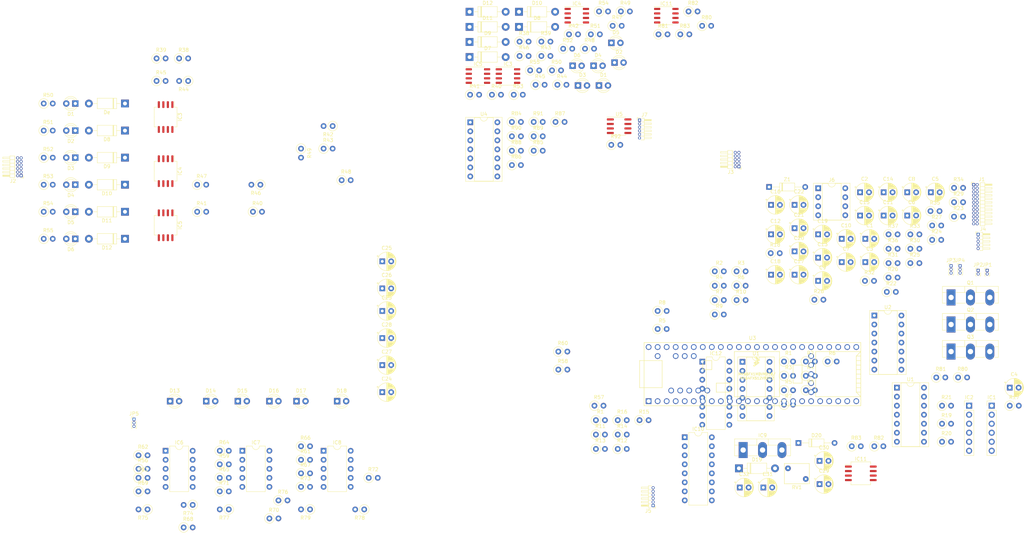
<source format=kicad_pcb>
(kicad_pcb (version 20171130) (host pcbnew "(5.1.6)-1")
  (layers (0 F.Cu signal) (31 B.Cu signal) (34 B.Paste user) (35 F.Paste user) (36 B.SilkS user) (37 F.SilkS user) (38 B.Mask user) (39 F.Mask user) (44 Edge.Cuts user))
  (net 0 "")
  (net 1 5V)
  (net 2 O2Sensor)
  (net 3 ADCClamp10)
  (net 4 ADCClamp07)
  (net 5 ADCClamp05)
  (net 6 ADCClamp08)
  (net 7 TPSSensor)
  (net 8 ADCClamp03)
  (net 9 IATSensor)
  (net 10 CLTSensor)
  (net 11 FuelPressureSensor)
  (net 12 OilPressureSensor)
  (net 13 ADCClamp04)
  (net 14 ADCClamp06)
  (net 15 ADCClamp01)
  (net 16 ADCClamp02)
  (net 17 PowerGnd)
  (net 18 IgnSourceV)
  (net 19 "Net-(C29-Pad1)")
  (net 20 "Net-(D1-Pad2)")
  (net 21 "Net-(D1-Pad1)")
  (net 22 "Net-(D2-Pad2)")
  (net 23 "Net-(D2-Pad1)")
  (net 24 "Net-(D3-Pad2)")
  (net 25 "Net-(D3-Pad1)")
  (net 26 "Net-(D4-Pad2)")
  (net 27 "Net-(D10-Pad2)")
  (net 28 "Net-(D5-Pad2)")
  (net 29 "Net-(D11-Pad2)")
  (net 30 "Net-(D6-Pad2)")
  (net 31 "Net-(D12-Pad2)")
  (net 32 Inj01-OUT)
  (net 33 Inj02-OUT)
  (net 34 Inj03-OUT)
  (net 35 Inj04-OUT)
  (net 36 Inj05-OUT)
  (net 37 Inj06-OUT)
  (net 38 "Net-(D13-Pad2)")
  (net 39 "Net-(D14-Pad2)")
  (net 40 "Net-(D15-Pad2)")
  (net 41 "Net-(D16-Pad2)")
  (net 42 "Net-(D17-Pad2)")
  (net 43 "Net-(D18-Pad2)")
  (net 44 12V)
  (net 45 "Net-(IC1-Pad6)")
  (net 46 "Net-(IC1-Pad5)")
  (net 47 "Net-(IC1-Pad4)")
  (net 48 "Net-(IC1-Pad1)")
  (net 49 "Net-(IC2-Pad6)")
  (net 50 "Net-(IC2-Pad5)")
  (net 51 "Net-(IC2-Pad4)")
  (net 52 "Net-(IC2-Pad1)")
  (net 53 "Net-(IC3-Pad4)")
  (net 54 "Net-(IC3-Pad3)")
  (net 55 "Net-(IC3-Pad2)")
  (net 56 "Net-(IC3-Pad1)")
  (net 57 "Net-(IC4-Pad4)")
  (net 58 "Net-(IC4-Pad3)")
  (net 59 "Net-(IC4-Pad2)")
  (net 60 "Net-(IC4-Pad1)")
  (net 61 "Net-(IC5-Pad4)")
  (net 62 "Net-(IC5-Pad3)")
  (net 63 "Net-(IC5-Pad2)")
  (net 64 "Net-(IC5-Pad1)")
  (net 65 "Net-(IC6-Pad5)")
  (net 66 "Net-(IC6-Pad4)")
  (net 67 "Net-(IC6-Pad8)")
  (net 68 "Net-(IC6-Pad7)")
  (net 69 "Net-(IC6-Pad2)")
  (net 70 "Net-(IC6-Pad1)")
  (net 71 "Net-(IC7-Pad5)")
  (net 72 "Net-(IC7-Pad4)")
  (net 73 "Net-(IC7-Pad8)")
  (net 74 "Net-(IC7-Pad7)")
  (net 75 "Net-(IC7-Pad2)")
  (net 76 "Net-(IC7-Pad1)")
  (net 77 "Net-(IC8-Pad5)")
  (net 78 "Net-(IC8-Pad4)")
  (net 79 "Net-(IC8-Pad8)")
  (net 80 "Net-(IC8-Pad7)")
  (net 81 "Net-(IC8-Pad2)")
  (net 82 "Net-(IC8-Pad1)")
  (net 83 ADCClamp11)
  (net 84 BoostPWM-OUT)
  (net 85 IdlePWM-OUT)
  (net 86 "Net-(IC11-Pad4)")
  (net 87 "Net-(IC11-Pad3)")
  (net 88 "Net-(IC11-Pad2)")
  (net 89 "Net-(IC11-Pad1)")
  (net 90 ClutchSwitch)
  (net 91 CamSensor-)
  (net 92 CamSensor+)
  (net 93 CrankSensor-)
  (net 94 CrankSensor+)
  (net 95 "Net-(J1-Pad1)")
  (net 96 Ign06-OUT)
  (net 97 Ign05-OUT)
  (net 98 Ign04-OUT)
  (net 99 Ign03-OUT)
  (net 100 Ign02-OUT)
  (net 101 Ign01-OUT)
  (net 102 "Net-(J3-Pad10)")
  (net 103 "Net-(J3-Pad9)")
  (net 104 Tacho-OUT)
  (net 105 Idle02-OUT)
  (net 106 Fan-OUT)
  (net 107 FuelPump-OUT)
  (net 108 "Net-(J3-Pad3)")
  (net 109 3V3)
  (net 110 "Net-(J5-Pad6)")
  (net 111 "Net-(J5-Pad5)")
  (net 112 BluetoothRx)
  (net 113 BluetoothTx)
  (net 114 "Net-(J6-Pad3)")
  (net 115 "Net-(J6-Pad2)")
  (net 116 "Net-(JP1-Pad1)")
  (net 117 "Net-(JP2-Pad1)")
  (net 118 "Net-(JP3-Pad1)")
  (net 119 "Net-(JP4-Pad1)")
  (net 120 "Net-(R1-Pad2)")
  (net 121 "Net-(R2-Pad2)")
  (net 122 "Net-(R3-Pad2)")
  (net 123 "Net-(R4-Pad2)")
  (net 124 "Net-(R13-Pad1)")
  (net 125 "Net-(R10-Pad2)")
  (net 126 "Net-(R11-Pad2)")
  (net 127 "Net-(R12-Pad2)")
  (net 128 Inj01-CPU-D08)
  (net 129 Inj02-CPU-D09)
  (net 130 Inj03-CPU-D10)
  (net 131 Inj04-CPU-D11)
  (net 132 Inj05-CPU-D12)
  (net 133 Inj06-CPU-D07)
  (net 134 IdlePWM-CPU-D05)
  (net 135 BoostPWM-CPU-A21)
  (net 136 "Net-(U3-Pad62)")
  (net 137 "Net-(U3-Pad59)")
  (net 138 "Net-(U3-Pad58)")
  (net 139 "Net-(U3-Pad55)")
  (net 140 "Net-(U3-Pad54)")
  (net 141 "Net-(U3-Pad51)")
  (net 142 "Net-(U3-Pad47)")
  (net 143 "Net-(U3-Pad31)")
  (net 144 "Net-(U3-Pad30)")
  (net 145 "Net-(U3-Pad29)")
  (net 146 "Net-(U3-Pad28)")
  (net 147 "Net-(U3-Pad25)")
  (net 148 "Net-(U3-Pad22)")
  (net 149 "Net-(U3-Pad18)")
  (net 150 SensorGnd)
  (net 151 CPU-D25)
  (net 152 "Net-(C16-Pad1)")
  (net 153 ADCClamp09)
  (net 154 "Net-(IC3-Pad8)")
  (net 155 "Net-(IC3-Pad6)")
  (net 156 "Net-(IC4-Pad8)")
  (net 157 "Net-(IC4-Pad6)")
  (net 158 "Net-(IC5-Pad8)")
  (net 159 "Net-(IC5-Pad6)")
  (net 160 "Net-(IC10-Pad15)")
  (net 161 "Net-(IC10-Pad14)")
  (net 162 "Net-(IC10-Pad13)")
  (net 163 "Net-(IC11-Pad8)")
  (net 164 "Net-(IC11-Pad6)")
  (net 165 CCPump-OUT)
  (net 166 "Net-(J7-Pad2)")
  (net 167 "Net-(J7-Pad1)")
  (net 168 CPU-D27)
  (net 169 CPU-D37)
  (net 170 CPU-D28)
  (net 171 CPU-D24)
  (net 172 CPU-D08)
  (net 173 CPU-D09)
  (net 174 CPU-D10)
  (net 175 CPU-D11)
  (net 176 CPU-D12)
  (net 177 CPU-D13)
  (net 178 CPU-D39)
  (net 179 CPU-D38)
  (net 180 CPU-D31)
  (net 181 CPU-D21)
  (net 182 CPU-D32)
  (net 183 CPU-D35)
  (net 184 CPU-D05)
  (net 185 CCPump-Signal)
  (net 186 "Net-(R84-Pad2)")
  (net 187 "Net-(R85-Pad2)")
  (net 188 Spare-Signal-5V-02)
  (net 189 "Net-(R88-Pad2)")
  (net 190 "Net-(R89-Pad2)")
  (net 191 Spare-Signal-5V-01)
  (net 192 Spare-Signal-5V-03)
  (net 193 "Net-(R92-Pad1)")
  (net 194 CPU-A3)
  (net 195 CLT-Signal-3.3V)
  (net 196 CPU-A2)
  (net 197 CPU-A0)
  (net 198 CPU-A11)
  (net 199 Barro-Signal-3.3V)
  (net 200 CPU-A8)
  (net 201 CPU-A10)
  (net 202 BRV-Signal-3.3V)
  (net 203 "Net-(U3-Pad38)")
  (net 204 "Net-(U3-Pad4)")
  (net 205 CAN-Tx)
  (net 206 CAN-Rx)
  (net 207 CPU-D06)
  (net 208 BoostPWM-Signal)
  (net 209 "Net-(U3-Pad37)")
  (net 210 Spare-Signal-3.3V-02)
  (net 211 Spare-Signal-3.3V-03)
  (net 212 Spare-Signal-3.3V-01)
  (net 213 "Net-(U5-Pad5)")
  (net 214 "Net-(IC10-Pad5)")
  (net 215 "Net-(IC10-Pad12)")
  (net 216 "Net-(IC10-Pad11)")
  (net 217 "Net-(IC10-Pad10)")
  (net 218 "Net-(IC12-Pad15)")
  (net 219 "Net-(IC12-Pad7)")
  (net 220 "Net-(IC12-Pad14)")
  (net 221 "Net-(IC12-Pad6)")
  (net 222 "Net-(IC12-Pad13)")
  (net 223 "Net-(IC12-Pad5)")
  (net 224 "Net-(IC12-Pad12)")
  (net 225 "Net-(IC12-Pad4)")
  (net 226 "Net-(IC12-Pad3)")
  (net 227 "Net-(IC12-Pad2)")
  (net 228 "Net-(R5-Pad2)")
  (net 229 "Net-(R6-Pad2)")
  (module Package_DIP:DIP-14_W7.62mm_Socket (layer F.Cu) (at 162.285001 114.655001)
    (fp_text reference U1 (at 3.81 -2.33) (layer F.SilkS))
    (fp_text value LMV324)
    (pad 14 thru_hole oval (at 7.62 0) (size 1.6 1.6) (drill 0.8) (layers *.Cu *.Mask) (net 194 CPU-A3))
    (pad 7 thru_hole oval (at 0 15.24) (size 1.6 1.6) (drill 0.8) (layers *.Cu *.Mask) (net 199 Barro-Signal-3.3V))
    (pad 13 thru_hole oval (at 7.62 2.54) (size 1.6 1.6) (drill 0.8) (layers *.Cu *.Mask) (net 194 CPU-A3))
    (pad 6 thru_hole oval (at 0 12.7) (size 1.6 1.6) (drill 0.8) (layers *.Cu *.Mask) (net 199 Barro-Signal-3.3V))
    (pad 12 thru_hole oval (at 7.62 5.08) (size 1.6 1.6) (drill 0.8) (layers *.Cu *.Mask) (net 120 "Net-(R1-Pad2)"))
    (pad 5 thru_hole oval (at 0 10.16) (size 1.6 1.6) (drill 0.8) (layers *.Cu *.Mask) (net 121 "Net-(R2-Pad2)"))
    (pad 11 thru_hole oval (at 7.62 7.62) (size 1.6 1.6) (drill 0.8) (layers *.Cu *.Mask) (net 17 PowerGnd))
    (pad 4 thru_hole oval (at 0 7.62) (size 1.6 1.6) (drill 0.8) (layers *.Cu *.Mask) (net 109 3V3))
    (pad 10 thru_hole oval (at 7.62 10.16) (size 1.6 1.6) (drill 0.8) (layers *.Cu *.Mask) (net 229 "Net-(R6-Pad2)"))
    (pad 3 thru_hole oval (at 0 5.08) (size 1.6 1.6) (drill 0.8) (layers *.Cu *.Mask) (net 228 "Net-(R5-Pad2)"))
    (pad 9 thru_hole oval (at 7.62 12.7) (size 1.6 1.6) (drill 0.8) (layers *.Cu *.Mask) (net 196 CPU-A2))
    (pad 2 thru_hole oval (at 0 2.54) (size 1.6 1.6) (drill 0.8) (layers *.Cu *.Mask) (net 200 CPU-A8))
    (pad 8 thru_hole oval (at 7.62 15.24) (size 1.6 1.6) (drill 0.8) (layers *.Cu *.Mask) (net 196 CPU-A2))
    (pad 1 thru_hole rect (at 0 0) (size 1.6 1.6) (drill 0.8) (layers *.Cu *.Mask) (net 200 CPU-A8))
  )
  (module Resistor_THT:R_Axial_DIN0207_L6.3mm_D2.5mm_P2.54mm_Vertical (layer F.Cu) (at 180.125001 122.655001)
    (fp_text reference R8 (at 1.27 -2.37) (layer F.SilkS))
    (fp_text value 180k)
    (pad 2 thru_hole oval (at 2.54 0) (size 1.6 1.6) (drill 0.8) (layers *.Cu *.Mask) (net 13 ADCClamp04))
    (pad 1 thru_hole circle (at 0 0) (size 1.6 1.6) (drill 0.8) (layers *.Cu *.Mask) (net 229 "Net-(R6-Pad2)"))
  )
  (module Resistor_THT:R_Axial_DIN0207_L6.3mm_D2.5mm_P2.54mm_Vertical (layer F.Cu) (at 173.985001 126.705001)
    (fp_text reference R7 (at 1.27 -2.37) (layer F.SilkS))
    (fp_text value 180k)
    (pad 2 thru_hole oval (at 2.54 0) (size 1.6 1.6) (drill 0.8) (layers *.Cu *.Mask) (net 8 ADCClamp03))
    (pad 1 thru_hole circle (at 0 0) (size 1.6 1.6) (drill 0.8) (layers *.Cu *.Mask) (net 228 "Net-(R5-Pad2)"))
  )
  (module Resistor_THT:R_Axial_DIN0207_L6.3mm_D2.5mm_P2.54mm_Vertical (layer F.Cu) (at 186.265001 114.555001)
    (fp_text reference R6 (at 1.27 -2.37) (layer F.SilkS))
    (fp_text value 330k)
    (pad 2 thru_hole oval (at 2.54 0) (size 1.6 1.6) (drill 0.8) (layers *.Cu *.Mask) (net 229 "Net-(R6-Pad2)"))
    (pad 1 thru_hole circle (at 0 0) (size 1.6 1.6) (drill 0.8) (layers *.Cu *.Mask) (net 17 PowerGnd))
  )
  (module Resistor_THT:R_Axial_DIN0207_L6.3mm_D2.5mm_P2.54mm_Vertical (layer F.Cu) (at 173.985001 122.655001)
    (fp_text reference R5 (at 1.27 -2.37) (layer F.SilkS))
    (fp_text value 330k)
    (pad 2 thru_hole oval (at 2.54 0) (size 1.6 1.6) (drill 0.8) (layers *.Cu *.Mask) (net 228 "Net-(R5-Pad2)"))
    (pad 1 thru_hole circle (at 0 0) (size 1.6 1.6) (drill 0.8) (layers *.Cu *.Mask) (net 17 PowerGnd))
  )
  (module Resistor_THT:R_Axial_DIN0207_L6.3mm_D2.5mm_P2.54mm_Vertical (layer F.Cu) (at 180.125001 118.605001)
    (fp_text reference R4 (at 1.27 -2.37) (layer F.SilkS))
    (fp_text value 330k)
    (pad 2 thru_hole oval (at 2.54 0) (size 1.6 1.6) (drill 0.8) (layers *.Cu *.Mask) (net 17 PowerGnd))
    (pad 1 thru_hole circle (at 0 0) (size 1.6 1.6) (drill 0.8) (layers *.Cu *.Mask) (net 120 "Net-(R1-Pad2)"))
  )
  (module Resistor_THT:R_Axial_DIN0207_L6.3mm_D2.5mm_P2.54mm_Vertical (layer F.Cu) (at 173.985001 118.605001)
    (fp_text reference R3 (at 1.27 -2.37) (layer F.SilkS))
    (fp_text value 330k)
    (pad 2 thru_hole oval (at 2.54 0) (size 1.6 1.6) (drill 0.8) (layers *.Cu *.Mask) (net 17 PowerGnd))
    (pad 1 thru_hole circle (at 0 0) (size 1.6 1.6) (drill 0.8) (layers *.Cu *.Mask) (net 121 "Net-(R2-Pad2)"))
  )
  (module Resistor_THT:R_Axial_DIN0207_L6.3mm_D2.5mm_P2.54mm_Vertical (layer F.Cu) (at 180.125001 114.555001)
    (fp_text reference R2 (at 1.27 -2.37) (layer F.SilkS))
    (fp_text value 180k)
    (pad 2 thru_hole oval (at 2.54 0) (size 1.6 1.6) (drill 0.8) (layers *.Cu *.Mask) (net 121 "Net-(R2-Pad2)"))
    (pad 1 thru_hole circle (at 0 0) (size 1.6 1.6) (drill 0.8) (layers *.Cu *.Mask) (net 4 ADCClamp07))
  )
  (module Resistor_THT:R_Axial_DIN0207_L6.3mm_D2.5mm_P2.54mm_Vertical (layer F.Cu) (at 173.985001 114.555001)
    (fp_text reference R1 (at 1.27 -2.37) (layer F.SilkS))
    (fp_text value 180k)
    (pad 2 thru_hole oval (at 2.54 0) (size 1.6 1.6) (drill 0.8) (layers *.Cu *.Mask) (net 120 "Net-(R1-Pad2)"))
    (pad 1 thru_hole circle (at 0 0) (size 1.6 1.6) (drill 0.8) (layers *.Cu *.Mask) (net 14 ADCClamp06))
  )
  (module Package_DIP:DIP-16_W7.62mm (layer F.Cu) (at 150.985001 114.605001)
    (fp_text reference IC12 (at 3.81 -2.33) (layer F.SilkS))
    (fp_text value SP720APP)
    (pad 16 thru_hole oval (at 7.62 0) (size 1.6 1.6) (drill 0.8) (layers *.Cu *.Mask) (net 109 3V3))
    (pad 8 thru_hole oval (at 0 17.78) (size 1.6 1.6) (drill 0.8) (layers *.Cu *.Mask) (net 17 PowerGnd))
    (pad 15 thru_hole oval (at 7.62 2.54) (size 1.6 1.6) (drill 0.8) (layers *.Cu *.Mask) (net 218 "Net-(IC12-Pad15)"))
    (pad 7 thru_hole oval (at 0 15.24) (size 1.6 1.6) (drill 0.8) (layers *.Cu *.Mask) (net 219 "Net-(IC12-Pad7)"))
    (pad 14 thru_hole oval (at 7.62 5.08) (size 1.6 1.6) (drill 0.8) (layers *.Cu *.Mask) (net 220 "Net-(IC12-Pad14)"))
    (pad 6 thru_hole oval (at 0 12.7) (size 1.6 1.6) (drill 0.8) (layers *.Cu *.Mask) (net 221 "Net-(IC12-Pad6)"))
    (pad 13 thru_hole oval (at 7.62 7.62) (size 1.6 1.6) (drill 0.8) (layers *.Cu *.Mask) (net 222 "Net-(IC12-Pad13)"))
    (pad 5 thru_hole oval (at 0 10.16) (size 1.6 1.6) (drill 0.8) (layers *.Cu *.Mask) (net 223 "Net-(IC12-Pad5)"))
    (pad 12 thru_hole oval (at 7.62 10.16) (size 1.6 1.6) (drill 0.8) (layers *.Cu *.Mask) (net 224 "Net-(IC12-Pad12)"))
    (pad 4 thru_hole oval (at 0 7.62) (size 1.6 1.6) (drill 0.8) (layers *.Cu *.Mask) (net 225 "Net-(IC12-Pad4)"))
    (pad 11 thru_hole oval (at 7.62 12.7) (size 1.6 1.6) (drill 0.8) (layers *.Cu *.Mask) (net 83 ADCClamp11))
    (pad 3 thru_hole oval (at 0 5.08) (size 1.6 1.6) (drill 0.8) (layers *.Cu *.Mask) (net 226 "Net-(IC12-Pad3)"))
    (pad 10 thru_hole oval (at 7.62 15.24) (size 1.6 1.6) (drill 0.8) (layers *.Cu *.Mask) (net 3 ADCClamp10))
    (pad 2 thru_hole oval (at 0 2.54) (size 1.6 1.6) (drill 0.8) (layers *.Cu *.Mask) (net 227 "Net-(IC12-Pad2)"))
    (pad 9 thru_hole oval (at 7.62 17.78) (size 1.6 1.6) (drill 0.8) (layers *.Cu *.Mask) (net 153 ADCClamp09))
    (pad 1 thru_hole rect (at 0 0) (size 1.6 1.6) (drill 0.8) (layers *.Cu *.Mask) (net 5 ADCClamp05))
  )
  (module Package_SO:SOIC-8_3.9x4.9mm_P1.27mm (layer F.Cu) (at 127.59 48.3)
    (fp_text reference U5 (at 0 -3.4) (layer F.SilkS))
    (fp_text value SN65HVD230)
    (pad 8 smd roundrect (at 2.475 -1.905) (size 1.95 0.6) (layers F.Cu F.Paste F.Mask) (net 193 "Net-(R92-Pad1)"))
    (pad 7 smd roundrect (at 2.475 -0.635) (size 1.95 0.6) (layers F.Cu F.Paste F.Mask) (net 167 "Net-(J7-Pad1)"))
    (pad 6 smd roundrect (at 2.475 0.635) (size 1.95 0.6) (layers F.Cu F.Paste F.Mask) (net 166 "Net-(J7-Pad2)"))
    (pad 5 smd roundrect (at 2.475 1.905) (size 1.95 0.6) (layers F.Cu F.Paste F.Mask) (net 213 "Net-(U5-Pad5)"))
    (pad 4 smd roundrect (at -2.475 1.905) (size 1.95 0.6) (layers F.Cu F.Paste F.Mask) (net 206 CAN-Rx))
    (pad 3 smd roundrect (at -2.475 0.635) (size 1.95 0.6) (layers F.Cu F.Paste F.Mask) (net 109 3V3))
    (pad 2 smd roundrect (at -2.475 -0.635) (size 1.95 0.6) (layers F.Cu F.Paste F.Mask) (net 17 PowerGnd))
    (pad 1 smd roundrect (at -2.475 -1.905) (size 1.95 0.6) (layers F.Cu F.Paste F.Mask) (net 205 CAN-Tx))
  )
  (module Package_DIP:DIP-14_W7.62mm_Socket (layer F.Cu) (at 85.72 47.2)
    (fp_text reference U4 (at 3.81 -2.33) (layer F.SilkS))
    (fp_text value LMV324)
    (pad 14 thru_hole oval (at 7.62 0) (size 1.6 1.6) (drill 0.8) (layers *.Cu *.Mask) (net 210 Spare-Signal-3.3V-02))
    (pad 7 thru_hole oval (at 0 15.24) (size 1.6 1.6) (drill 0.8) (layers *.Cu *.Mask) (net 202 BRV-Signal-3.3V))
    (pad 13 thru_hole oval (at 7.62 2.54) (size 1.6 1.6) (drill 0.8) (layers *.Cu *.Mask) (net 210 Spare-Signal-3.3V-02))
    (pad 6 thru_hole oval (at 0 12.7) (size 1.6 1.6) (drill 0.8) (layers *.Cu *.Mask) (net 202 BRV-Signal-3.3V))
    (pad 12 thru_hole oval (at 7.62 5.08) (size 1.6 1.6) (drill 0.8) (layers *.Cu *.Mask) (net 187 "Net-(R85-Pad2)"))
    (pad 5 thru_hole oval (at 0 10.16) (size 1.6 1.6) (drill 0.8) (layers *.Cu *.Mask) (net 186 "Net-(R84-Pad2)"))
    (pad 11 thru_hole oval (at 7.62 7.62) (size 1.6 1.6) (drill 0.8) (layers *.Cu *.Mask))
    (pad 4 thru_hole oval (at 0 7.62) (size 1.6 1.6) (drill 0.8) (layers *.Cu *.Mask))
    (pad 10 thru_hole oval (at 7.62 10.16) (size 1.6 1.6) (drill 0.8) (layers *.Cu *.Mask) (net 190 "Net-(R89-Pad2)"))
    (pad 3 thru_hole oval (at 0 5.08) (size 1.6 1.6) (drill 0.8) (layers *.Cu *.Mask) (net 189 "Net-(R88-Pad2)"))
    (pad 9 thru_hole oval (at 7.62 12.7) (size 1.6 1.6) (drill 0.8) (layers *.Cu *.Mask) (net 211 Spare-Signal-3.3V-03))
    (pad 2 thru_hole oval (at 0 2.54) (size 1.6 1.6) (drill 0.8) (layers *.Cu *.Mask) (net 212 Spare-Signal-3.3V-01))
    (pad 8 thru_hole oval (at 7.62 15.24) (size 1.6 1.6) (drill 0.8) (layers *.Cu *.Mask) (net 211 Spare-Signal-3.3V-03))
    (pad 1 thru_hole rect (at 0 0) (size 1.6 1.6) (drill 0.8) (layers *.Cu *.Mask) (net 212 Spare-Signal-3.3V-01))
  )
  (module Resistor_THT:R_Axial_DIN0207_L6.3mm_D2.5mm_P2.54mm_Vertical (layer F.Cu) (at 125.39 53.55)
    (fp_text reference R92 (at 1.27 -2.37) (layer F.SilkS))
    (fp_text value 10K)
    (pad 2 thru_hole oval (at 2.54 0) (size 1.6 1.6) (drill 0.8) (layers *.Cu *.Mask) (net 17 PowerGnd))
    (pad 1 thru_hole circle (at 0 0) (size 1.6 1.6) (drill 0.8) (layers *.Cu *.Mask) (net 193 "Net-(R92-Pad1)"))
  )
  (module Resistor_THT:R_Axial_DIN0207_L6.3mm_D2.5mm_P2.54mm_Vertical (layer F.Cu) (at 103.56 47.1)
    (fp_text reference R91 (at 1.27 -2.37) (layer F.SilkS))
    (fp_text value 180k)
    (pad 2 thru_hole oval (at 2.54 0) (size 1.6 1.6) (drill 0.8) (layers *.Cu *.Mask) (net 192 Spare-Signal-5V-03))
    (pad 1 thru_hole circle (at 0 0) (size 1.6 1.6) (drill 0.8) (layers *.Cu *.Mask) (net 190 "Net-(R89-Pad2)"))
  )
  (module Resistor_THT:R_Axial_DIN0207_L6.3mm_D2.5mm_P2.54mm_Vertical (layer F.Cu) (at 97.42 51.15)
    (fp_text reference R90 (at 1.27 -2.37) (layer F.SilkS))
    (fp_text value 180k)
    (pad 2 thru_hole oval (at 2.54 0) (size 1.6 1.6) (drill 0.8) (layers *.Cu *.Mask) (net 191 Spare-Signal-5V-01))
    (pad 1 thru_hole circle (at 0 0) (size 1.6 1.6) (drill 0.8) (layers *.Cu *.Mask) (net 189 "Net-(R88-Pad2)"))
  )
  (module Resistor_THT:R_Axial_DIN0207_L6.3mm_D2.5mm_P2.54mm_Vertical (layer F.Cu) (at 103.56 51.15)
    (fp_text reference R89 (at 1.27 -2.37) (layer F.SilkS))
    (fp_text value 330k)
    (pad 2 thru_hole oval (at 2.54 0) (size 1.6 1.6) (drill 0.8) (layers *.Cu *.Mask) (net 190 "Net-(R89-Pad2)"))
    (pad 1 thru_hole circle (at 0 0) (size 1.6 1.6) (drill 0.8) (layers *.Cu *.Mask) (net 17 PowerGnd))
  )
  (module Resistor_THT:R_Axial_DIN0207_L6.3mm_D2.5mm_P2.54mm_Vertical (layer F.Cu) (at 97.42 55.2)
    (fp_text reference R88 (at 1.27 -2.37) (layer F.SilkS))
    (fp_text value 330k)
    (pad 2 thru_hole oval (at 2.54 0) (size 1.6 1.6) (drill 0.8) (layers *.Cu *.Mask) (net 189 "Net-(R88-Pad2)"))
    (pad 1 thru_hole circle (at 0 0) (size 1.6 1.6) (drill 0.8) (layers *.Cu *.Mask) (net 17 PowerGnd))
  )
  (module Resistor_THT:R_Axial_DIN0207_L6.3mm_D2.5mm_P2.54mm_Vertical (layer F.Cu) (at 109.7 47.1)
    (fp_text reference R87 (at 1.27 -2.37) (layer F.SilkS))
    (fp_text value 330k)
    (pad 2 thru_hole oval (at 2.54 0) (size 1.6 1.6) (drill 0.8) (layers *.Cu *.Mask) (net 17 PowerGnd))
    (pad 1 thru_hole circle (at 0 0) (size 1.6 1.6) (drill 0.8) (layers *.Cu *.Mask) (net 187 "Net-(R85-Pad2)"))
  )
  (module Resistor_THT:R_Axial_DIN0207_L6.3mm_D2.5mm_P2.54mm_Vertical (layer F.Cu) (at 97.42 59.25)
    (fp_text reference R86 (at 1.27 -2.37) (layer F.SilkS))
    (fp_text value 330k)
    (pad 2 thru_hole oval (at 2.54 0) (size 1.6 1.6) (drill 0.8) (layers *.Cu *.Mask) (net 17 PowerGnd))
    (pad 1 thru_hole circle (at 0 0) (size 1.6 1.6) (drill 0.8) (layers *.Cu *.Mask) (net 186 "Net-(R84-Pad2)"))
  )
  (module Resistor_THT:R_Axial_DIN0207_L6.3mm_D2.5mm_P2.54mm_Vertical (layer F.Cu) (at 103.56 55.2)
    (fp_text reference R85 (at 1.27 -2.37) (layer F.SilkS))
    (fp_text value 180k)
    (pad 2 thru_hole oval (at 2.54 0) (size 1.6 1.6) (drill 0.8) (layers *.Cu *.Mask) (net 187 "Net-(R85-Pad2)"))
    (pad 1 thru_hole circle (at 0 0) (size 1.6 1.6) (drill 0.8) (layers *.Cu *.Mask) (net 188 Spare-Signal-5V-02))
  )
  (module Resistor_THT:R_Axial_DIN0207_L6.3mm_D2.5mm_P2.54mm_Vertical (layer F.Cu) (at 97.42 47.1)
    (fp_text reference R84 (at 1.27 -2.37) (layer F.SilkS))
    (fp_text value 180k)
    (pad 2 thru_hole oval (at 2.54 0) (size 1.6 1.6) (drill 0.8) (layers *.Cu *.Mask) (net 186 "Net-(R84-Pad2)"))
    (pad 1 thru_hole circle (at 0 0) (size 1.6 1.6) (drill 0.8) (layers *.Cu *.Mask) (net 5 ADCClamp05))
  )
  (module Resistor_THT:R_Axial_DIN0207_L6.3mm_D2.5mm_P2.54mm_Vertical (layer F.Cu) (at 144.81 22.43)
    (fp_text reference R83 (at 1.27 -2.37) (layer F.SilkS))
    (fp_text value 1k)
    (pad 2 thru_hole oval (at 2.54 0) (size 1.6 1.6) (drill 0.8) (layers *.Cu *.Mask) (net 86 "Net-(IC11-Pad4)"))
    (pad 1 thru_hole circle (at 0 0) (size 1.6 1.6) (drill 0.8) (layers *.Cu *.Mask) (net 185 CCPump-Signal))
  )
  (module Resistor_THT:R_Axial_DIN0207_L6.3mm_D2.5mm_P2.54mm_Vertical (layer F.Cu) (at 147.12 15.98)
    (fp_text reference R82 (at 1.27 -2.37) (layer F.SilkS))
    (fp_text value 1k)
    (pad 2 thru_hole oval (at 2.54 0) (size 1.6 1.6) (drill 0.8) (layers *.Cu *.Mask) (net 88 "Net-(IC11-Pad2)"))
    (pad 1 thru_hole circle (at 0 0) (size 1.6 1.6) (drill 0.8) (layers *.Cu *.Mask) (net 184 CPU-D05))
  )
  (module Resistor_THT:R_Axial_DIN0207_L6.3mm_D2.5mm_P2.54mm_Vertical (layer F.Cu) (at 138.67 22.43)
    (fp_text reference R81 (at 1.27 -2.37) (layer F.SilkS))
    (fp_text value 100k)
    (pad 2 thru_hole oval (at 2.54 0) (size 1.6 1.6) (drill 0.8) (layers *.Cu *.Mask) (net 17 PowerGnd))
    (pad 1 thru_hole circle (at 0 0) (size 1.6 1.6) (drill 0.8) (layers *.Cu *.Mask) (net 185 CCPump-Signal))
  )
  (module Resistor_THT:R_Axial_DIN0207_L6.3mm_D2.5mm_P2.54mm_Vertical (layer F.Cu) (at 150.95 20.03)
    (fp_text reference R80 (at 1.27 -2.37) (layer F.SilkS))
    (fp_text value 100k)
    (pad 2 thru_hole oval (at 2.54 0) (size 1.6 1.6) (drill 0.8) (layers *.Cu *.Mask) (net 184 CPU-D05))
    (pad 1 thru_hole circle (at 0 0) (size 1.6 1.6) (drill 0.8) (layers *.Cu *.Mask) (net 17 PowerGnd))
  )
  (module Resistor_THT:R_Axial_DIN0207_L6.3mm_D2.5mm_P2.54mm_Vertical (layer F.Cu) (at 102.57 32.58)
    (fp_text reference R55 (at 1.27 -2.37) (layer F.SilkS))
    (fp_text value 680)
    (pad 2 thru_hole oval (at 2.54 0) (size 1.6 1.6) (drill 0.8) (layers *.Cu *.Mask) (net 30 "Net-(D6-Pad2)"))
    (pad 1 thru_hole circle (at 0 0) (size 1.6 1.6) (drill 0.8) (layers *.Cu *.Mask) (net 44 12V))
  )
  (module Resistor_THT:R_Axial_DIN0207_L6.3mm_D2.5mm_P2.54mm_Vertical (layer F.Cu) (at 121.94 15.98)
    (fp_text reference R54 (at 1.27 -2.37) (layer F.SilkS))
    (fp_text value 680)
    (pad 2 thru_hole oval (at 2.54 0) (size 1.6 1.6) (drill 0.8) (layers *.Cu *.Mask) (net 28 "Net-(D5-Pad2)"))
    (pad 1 thru_hole circle (at 0 0) (size 1.6 1.6) (drill 0.8) (layers *.Cu *.Mask) (net 44 12V))
  )
  (module Resistor_THT:R_Axial_DIN0207_L6.3mm_D2.5mm_P2.54mm_Vertical (layer F.Cu) (at 97.95 39.43)
    (fp_text reference R53 (at 1.27 -2.37) (layer F.SilkS))
    (fp_text value 680)
    (pad 2 thru_hole oval (at 2.54 0) (size 1.6 1.6) (drill 0.8) (layers *.Cu *.Mask) (net 26 "Net-(D4-Pad2)"))
    (pad 1 thru_hole circle (at 0 0) (size 1.6 1.6) (drill 0.8) (layers *.Cu *.Mask) (net 44 12V))
  )
  (module Resistor_THT:R_Axial_DIN0207_L6.3mm_D2.5mm_P2.54mm_Vertical (layer F.Cu) (at 111.86 26.48)
    (fp_text reference R52 (at 1.27 -2.37) (layer F.SilkS))
    (fp_text value 680)
    (pad 2 thru_hole oval (at 2.54 0) (size 1.6 1.6) (drill 0.8) (layers *.Cu *.Mask) (net 24 "Net-(D3-Pad2)"))
    (pad 1 thru_hole circle (at 0 0) (size 1.6 1.6) (drill 0.8) (layers *.Cu *.Mask) (net 44 12V))
  )
  (module Resistor_THT:R_Axial_DIN0207_L6.3mm_D2.5mm_P2.54mm_Vertical (layer F.Cu) (at 119.63 22.43)
    (fp_text reference R51 (at 1.27 -2.37) (layer F.SilkS))
    (fp_text value 680)
    (pad 2 thru_hole oval (at 2.54 0) (size 1.6 1.6) (drill 0.8) (layers *.Cu *.Mask) (net 22 "Net-(D2-Pad2)"))
    (pad 1 thru_hole circle (at 0 0) (size 1.6 1.6) (drill 0.8) (layers *.Cu *.Mask) (net 44 12V))
  )
  (module Resistor_THT:R_Axial_DIN0207_L6.3mm_D2.5mm_P2.54mm_Vertical (layer F.Cu) (at 108.71 32.58)
    (fp_text reference R50 (at 1.27 -2.37) (layer F.SilkS))
    (fp_text value 680)
    (pad 2 thru_hole oval (at 2.54 0) (size 1.6 1.6) (drill 0.8) (layers *.Cu *.Mask) (net 20 "Net-(D1-Pad2)"))
    (pad 1 thru_hole circle (at 0 0) (size 1.6 1.6) (drill 0.8) (layers *.Cu *.Mask) (net 44 12V))
  )
  (module Resistor_THT:R_Axial_DIN0207_L6.3mm_D2.5mm_P2.54mm_Vertical (layer F.Cu) (at 128.08 15.98)
    (fp_text reference R49 (at 1.27 -2.37) (layer F.SilkS))
    (fp_text value 1k)
    (pad 2 thru_hole oval (at 2.54 0) (size 1.6 1.6) (drill 0.8) (layers *.Cu *.Mask) (net 61 "Net-(IC5-Pad4)"))
    (pad 1 thru_hole circle (at 0 0) (size 1.6 1.6) (drill 0.8) (layers *.Cu *.Mask) (net 177 CPU-D13))
  )
  (module Resistor_THT:R_Axial_DIN0207_L6.3mm_D2.5mm_P2.54mm_Vertical (layer F.Cu) (at 118 26.48)
    (fp_text reference R48 (at 1.27 -2.37) (layer F.SilkS))
    (fp_text value 1k)
    (pad 2 thru_hole oval (at 2.54 0) (size 1.6 1.6) (drill 0.8) (layers *.Cu *.Mask) (net 63 "Net-(IC5-Pad2)"))
    (pad 1 thru_hole circle (at 0 0) (size 1.6 1.6) (drill 0.8) (layers *.Cu *.Mask) (net 176 CPU-D12))
  )
  (module Resistor_THT:R_Axial_DIN0207_L6.3mm_D2.5mm_P2.54mm_Vertical (layer F.Cu) (at 125.77 20.03)
    (fp_text reference R47 (at 1.27 -2.37) (layer F.SilkS))
    (fp_text value 1k)
    (pad 2 thru_hole oval (at 2.54 0) (size 1.6 1.6) (drill 0.8) (layers *.Cu *.Mask) (net 57 "Net-(IC4-Pad4)"))
    (pad 1 thru_hole circle (at 0 0) (size 1.6 1.6) (drill 0.8) (layers *.Cu *.Mask) (net 175 CPU-D11))
  )
  (module Resistor_THT:R_Axial_DIN0207_L6.3mm_D2.5mm_P2.54mm_Vertical (layer F.Cu) (at 99.58 28.53)
    (fp_text reference R46 (at 1.27 -2.37) (layer F.SilkS))
    (fp_text value 1k)
    (pad 2 thru_hole oval (at 2.54 0) (size 1.6 1.6) (drill 0.8) (layers *.Cu *.Mask) (net 59 "Net-(IC4-Pad2)"))
    (pad 1 thru_hole circle (at 0 0) (size 1.6 1.6) (drill 0.8) (layers *.Cu *.Mask) (net 174 CPU-D10))
  )
  (module Resistor_THT:R_Axial_DIN0207_L6.3mm_D2.5mm_P2.54mm_Vertical (layer F.Cu) (at 104.09 36.63)
    (fp_text reference R45 (at 1.27 -2.37) (layer F.SilkS))
    (fp_text value 1k)
    (pad 2 thru_hole oval (at 2.54 0) (size 1.6 1.6) (drill 0.8) (layers *.Cu *.Mask) (net 53 "Net-(IC3-Pad4)"))
    (pad 1 thru_hole circle (at 0 0) (size 1.6 1.6) (drill 0.8) (layers *.Cu *.Mask) (net 173 CPU-D09))
  )
  (module Resistor_THT:R_Axial_DIN0207_L6.3mm_D2.5mm_P2.54mm_Vertical (layer F.Cu) (at 110.23 36.63)
    (fp_text reference R44 (at 1.27 -2.37) (layer F.SilkS))
    (fp_text value 1k)
    (pad 2 thru_hole oval (at 2.54 0) (size 1.6 1.6) (drill 0.8) (layers *.Cu *.Mask) (net 55 "Net-(IC3-Pad2)"))
    (pad 1 thru_hole circle (at 0 0) (size 1.6 1.6) (drill 0.8) (layers *.Cu *.Mask) (net 172 CPU-D08))
  )
  (module Resistor_THT:R_Axial_DIN0207_L6.3mm_D2.5mm_P2.54mm_Vertical (layer F.Cu) (at 105.72 28.53)
    (fp_text reference R43 (at 1.27 -2.37) (layer F.SilkS))
    (fp_text value 100k)
    (pad 2 thru_hole oval (at 2.54 0) (size 1.6 1.6) (drill 0.8) (layers *.Cu *.Mask) (net 17 PowerGnd))
    (pad 1 thru_hole circle (at 0 0) (size 1.6 1.6) (drill 0.8) (layers *.Cu *.Mask) (net 177 CPU-D13))
  )
  (module Resistor_THT:R_Axial_DIN0207_L6.3mm_D2.5mm_P2.54mm_Vertical (layer F.Cu) (at 113.49 22.43)
    (fp_text reference R42 (at 1.27 -2.37) (layer F.SilkS))
    (fp_text value 100k)
    (pad 2 thru_hole oval (at 2.54 0) (size 1.6 1.6) (drill 0.8) (layers *.Cu *.Mask) (net 176 CPU-D12))
    (pad 1 thru_hole circle (at 0 0) (size 1.6 1.6) (drill 0.8) (layers *.Cu *.Mask) (net 17 PowerGnd))
  )
  (module Resistor_THT:R_Axial_DIN0207_L6.3mm_D2.5mm_P2.54mm_Vertical (layer F.Cu) (at 85.67 39.43)
    (fp_text reference R41 (at 1.27 -2.37) (layer F.SilkS))
    (fp_text value 100k)
    (pad 2 thru_hole oval (at 2.54 0) (size 1.6 1.6) (drill 0.8) (layers *.Cu *.Mask) (net 17 PowerGnd))
    (pad 1 thru_hole circle (at 0 0) (size 1.6 1.6) (drill 0.8) (layers *.Cu *.Mask) (net 175 CPU-D11))
  )
  (module Resistor_THT:R_Axial_DIN0207_L6.3mm_D2.5mm_P2.54mm_Vertical (layer F.Cu) (at 91.81 39.43)
    (fp_text reference R40 (at 1.27 -2.37) (layer F.SilkS))
    (fp_text value 100k)
    (pad 2 thru_hole oval (at 2.54 0) (size 1.6 1.6) (drill 0.8) (layers *.Cu *.Mask) (net 17 PowerGnd))
    (pad 1 thru_hole circle (at 0 0) (size 1.6 1.6) (drill 0.8) (layers *.Cu *.Mask) (net 174 CPU-D10))
  )
  (module Resistor_THT:R_Axial_DIN0207_L6.3mm_D2.5mm_P2.54mm_Vertical (layer F.Cu) (at 105.72 24.48)
    (fp_text reference R39 (at 1.27 -2.37) (layer F.SilkS))
    (fp_text value 100k)
    (pad 2 thru_hole oval (at 2.54 0) (size 1.6 1.6) (drill 0.8) (layers *.Cu *.Mask) (net 17 PowerGnd))
    (pad 1 thru_hole circle (at 0 0) (size 1.6 1.6) (drill 0.8) (layers *.Cu *.Mask) (net 173 CPU-D09))
  )
  (module Resistor_THT:R_Axial_DIN0207_L6.3mm_D2.5mm_P2.54mm_Vertical (layer F.Cu) (at 99.58 24.48)
    (fp_text reference R38 (at 1.27 -2.37) (layer F.SilkS))
    (fp_text value 100k)
    (pad 2 thru_hole oval (at 2.54 0) (size 1.6 1.6) (drill 0.8) (layers *.Cu *.Mask) (net 172 CPU-D08))
    (pad 1 thru_hole circle (at 0 0) (size 1.6 1.6) (drill 0.8) (layers *.Cu *.Mask) (net 17 PowerGnd))
  )
  (module Connector_PinHeader_1.00mm:PinHeader_1x06_P1.00mm_Horizontal (layer F.Cu) (at 133.34 46.6)
    (fp_text reference J7 (at 1.375 -1.5) (layer F.SilkS))
    (fp_text value Canbus)
    (pad 6 thru_hole oval (at 0 5) (size 0.85 0.85) (drill 0.5) (layers *.Cu *.Mask))
    (pad 5 thru_hole oval (at 0 4) (size 0.85 0.85) (drill 0.5) (layers *.Cu *.Mask))
    (pad 4 thru_hole oval (at 0 3) (size 0.85 0.85) (drill 0.5) (layers *.Cu *.Mask))
    (pad 3 thru_hole oval (at 0 2) (size 0.85 0.85) (drill 0.5) (layers *.Cu *.Mask))
    (pad 2 thru_hole oval (at 0 1) (size 0.85 0.85) (drill 0.5) (layers *.Cu *.Mask) (net 166 "Net-(J7-Pad2)"))
    (pad 1 thru_hole rect (at 0 0) (size 0.85 0.85) (drill 0.5) (layers *.Cu *.Mask) (net 167 "Net-(J7-Pad1)"))
  )
  (module Package_SO:SO-8_3.9x4.9mm_P1.27mm (layer F.Cu) (at 140.87 17.18)
    (fp_text reference IC11 (at 0 -3.4) (layer F.SilkS))
    (fp_text value VNS3NV04DP-E)
    (pad 8 smd roundrect (at 2.575 -1.905) (size 1.75 0.6) (layers F.Cu F.Paste F.Mask) (net 163 "Net-(IC11-Pad8)"))
    (pad 7 smd roundrect (at 2.575 -0.635) (size 1.75 0.6) (layers F.Cu F.Paste F.Mask) (net 85 IdlePWM-OUT))
    (pad 6 smd roundrect (at 2.575 0.635) (size 1.75 0.6) (layers F.Cu F.Paste F.Mask) (net 164 "Net-(IC11-Pad6)"))
    (pad 5 smd roundrect (at 2.575 1.905) (size 1.75 0.6) (layers F.Cu F.Paste F.Mask) (net 165 CCPump-OUT))
    (pad 4 smd roundrect (at -2.575 1.905) (size 1.75 0.6) (layers F.Cu F.Paste F.Mask) (net 86 "Net-(IC11-Pad4)"))
    (pad 3 smd roundrect (at -2.575 0.635) (size 1.75 0.6) (layers F.Cu F.Paste F.Mask) (net 17 PowerGnd))
    (pad 2 smd roundrect (at -2.575 -0.635) (size 1.75 0.6) (layers F.Cu F.Paste F.Mask) (net 88 "Net-(IC11-Pad2)"))
    (pad 1 smd roundrect (at -2.575 -1.905) (size 1.75 0.6) (layers F.Cu F.Paste F.Mask) (net 17 PowerGnd))
  )
  (module Package_SO:SO-8_3.9x4.9mm_P1.27mm (layer F.Cu) (at 87.87 34.18)
    (fp_text reference IC5 (at 0 -3.4) (layer F.SilkS))
    (fp_text value VNS3NV04DP-E)
    (pad 8 smd roundrect (at 2.575 -1.905) (size 1.75 0.6) (layers F.Cu F.Paste F.Mask) (net 158 "Net-(IC5-Pad8)"))
    (pad 7 smd roundrect (at 2.575 -0.635) (size 1.75 0.6) (layers F.Cu F.Paste F.Mask) (net 36 Inj05-OUT))
    (pad 6 smd roundrect (at 2.575 0.635) (size 1.75 0.6) (layers F.Cu F.Paste F.Mask) (net 159 "Net-(IC5-Pad6)"))
    (pad 5 smd roundrect (at 2.575 1.905) (size 1.75 0.6) (layers F.Cu F.Paste F.Mask) (net 37 Inj06-OUT))
    (pad 4 smd roundrect (at -2.575 1.905) (size 1.75 0.6) (layers F.Cu F.Paste F.Mask) (net 61 "Net-(IC5-Pad4)"))
    (pad 3 smd roundrect (at -2.575 0.635) (size 1.75 0.6) (layers F.Cu F.Paste F.Mask) (net 17 PowerGnd))
    (pad 2 smd roundrect (at -2.575 -0.635) (size 1.75 0.6) (layers F.Cu F.Paste F.Mask) (net 63 "Net-(IC5-Pad2)"))
    (pad 1 smd roundrect (at -2.575 -1.905) (size 1.75 0.6) (layers F.Cu F.Paste F.Mask) (net 17 PowerGnd))
  )
  (module Package_SO:SO-8_3.9x4.9mm_P1.27mm (layer F.Cu) (at 115.69 17.18)
    (fp_text reference IC4 (at 0 -3.4) (layer F.SilkS))
    (fp_text value VNS3NV04DP-E)
    (pad 8 smd roundrect (at 2.575 -1.905) (size 1.75 0.6) (layers F.Cu F.Paste F.Mask) (net 156 "Net-(IC4-Pad8)"))
    (pad 7 smd roundrect (at 2.575 -0.635) (size 1.75 0.6) (layers F.Cu F.Paste F.Mask) (net 34 Inj03-OUT))
    (pad 6 smd roundrect (at 2.575 0.635) (size 1.75 0.6) (layers F.Cu F.Paste F.Mask) (net 157 "Net-(IC4-Pad6)"))
    (pad 5 smd roundrect (at 2.575 1.905) (size 1.75 0.6) (layers F.Cu F.Paste F.Mask) (net 35 Inj04-OUT))
    (pad 4 smd roundrect (at -2.575 1.905) (size 1.75 0.6) (layers F.Cu F.Paste F.Mask) (net 57 "Net-(IC4-Pad4)"))
    (pad 3 smd roundrect (at -2.575 0.635) (size 1.75 0.6) (layers F.Cu F.Paste F.Mask) (net 17 PowerGnd))
    (pad 2 smd roundrect (at -2.575 -0.635) (size 1.75 0.6) (layers F.Cu F.Paste F.Mask) (net 59 "Net-(IC4-Pad2)"))
    (pad 1 smd roundrect (at -2.575 -1.905) (size 1.75 0.6) (layers F.Cu F.Paste F.Mask) (net 17 PowerGnd))
  )
  (module Package_SO:SO-8_3.9x4.9mm_P1.27mm (layer F.Cu) (at 96.32 34.18)
    (fp_text reference IC3 (at 0 -3.4) (layer F.SilkS))
    (fp_text value VNS3NV04DP-E)
    (pad 8 smd roundrect (at 2.575 -1.905) (size 1.75 0.6) (layers F.Cu F.Paste F.Mask) (net 154 "Net-(IC3-Pad8)"))
    (pad 7 smd roundrect (at 2.575 -0.635) (size 1.75 0.6) (layers F.Cu F.Paste F.Mask) (net 32 Inj01-OUT))
    (pad 6 smd roundrect (at 2.575 0.635) (size 1.75 0.6) (layers F.Cu F.Paste F.Mask) (net 155 "Net-(IC3-Pad6)"))
    (pad 5 smd roundrect (at 2.575 1.905) (size 1.75 0.6) (layers F.Cu F.Paste F.Mask) (net 33 Inj02-OUT))
    (pad 4 smd roundrect (at -2.575 1.905) (size 1.75 0.6) (layers F.Cu F.Paste F.Mask) (net 53 "Net-(IC3-Pad4)"))
    (pad 3 smd roundrect (at -2.575 0.635) (size 1.75 0.6) (layers F.Cu F.Paste F.Mask) (net 17 PowerGnd))
    (pad 2 smd roundrect (at -2.575 -0.635) (size 1.75 0.6) (layers F.Cu F.Paste F.Mask) (net 55 "Net-(IC3-Pad2)"))
    (pad 1 smd roundrect (at -2.575 -1.905) (size 1.75 0.6) (layers F.Cu F.Paste F.Mask) (net 17 PowerGnd))
  )
  (module Diode_THT:D_DO-41_SOD81_P10.16mm_Horizontal (layer F.Cu) (at 85.52 16.08)
    (fp_text reference D12 (at 5.08 -2.47) (layer F.SilkS))
    (fp_text value 1N4004)
    (pad 2 thru_hole oval (at 10.16 0) (size 2.2 2.2) (drill 1.1) (layers *.Cu *.Mask) (net 31 "Net-(D12-Pad2)"))
    (pad 1 thru_hole rect (at 0 0) (size 2.2 2.2) (drill 1.1) (layers *.Cu *.Mask) (net 37 Inj06-OUT))
  )
  (module Diode_THT:D_DO-41_SOD81_P10.16mm_Horizontal (layer F.Cu) (at 85.52 20.33)
    (fp_text reference D11 (at 5.08 -2.47) (layer F.SilkS))
    (fp_text value 1N4004)
    (pad 2 thru_hole oval (at 10.16 0) (size 2.2 2.2) (drill 1.1) (layers *.Cu *.Mask) (net 29 "Net-(D11-Pad2)"))
    (pad 1 thru_hole rect (at 0 0) (size 2.2 2.2) (drill 1.1) (layers *.Cu *.Mask) (net 36 Inj05-OUT))
  )
  (module Diode_THT:D_DO-41_SOD81_P10.16mm_Horizontal (layer F.Cu) (at 99.43 16.08)
    (fp_text reference D10 (at 5.08 -2.47) (layer F.SilkS))
    (fp_text value 1N4004)
    (pad 2 thru_hole oval (at 10.16 0) (size 2.2 2.2) (drill 1.1) (layers *.Cu *.Mask) (net 27 "Net-(D10-Pad2)"))
    (pad 1 thru_hole rect (at 0 0) (size 2.2 2.2) (drill 1.1) (layers *.Cu *.Mask) (net 35 Inj04-OUT))
  )
  (module Diode_THT:D_DO-41_SOD81_P10.16mm_Horizontal (layer F.Cu) (at 85.52 24.58)
    (fp_text reference D9 (at 5.08 -2.47) (layer F.SilkS))
    (fp_text value 1N4004)
    (pad 2 thru_hole oval (at 10.16 0) (size 2.2 2.2) (drill 1.1) (layers *.Cu *.Mask) (net 25 "Net-(D3-Pad1)"))
    (pad 1 thru_hole rect (at 0 0) (size 2.2 2.2) (drill 1.1) (layers *.Cu *.Mask) (net 34 Inj03-OUT))
  )
  (module Diode_THT:D_DO-41_SOD81_P10.16mm_Horizontal (layer F.Cu) (at 99.43 20.33)
    (fp_text reference D8 (at 5.08 -2.47) (layer F.SilkS))
    (fp_text value 1N4004)
    (pad 2 thru_hole oval (at 10.16 0) (size 2.2 2.2) (drill 1.1) (layers *.Cu *.Mask) (net 23 "Net-(D2-Pad1)"))
    (pad 1 thru_hole rect (at 0 0) (size 2.2 2.2) (drill 1.1) (layers *.Cu *.Mask) (net 33 Inj02-OUT))
  )
  (module Diode_THT:D_DO-41_SOD81_P10.16mm_Horizontal (layer F.Cu) (at 85.52 28.83)
    (fp_text reference D7 (at 5.08 -2.47) (layer F.SilkS))
    (fp_text value 1N4004)
    (pad 2 thru_hole oval (at 10.16 0) (size 2.2 2.2) (drill 1.1) (layers *.Cu *.Mask) (net 21 "Net-(D1-Pad1)"))
    (pad 1 thru_hole rect (at 0 0) (size 2.2 2.2) (drill 1.1) (layers *.Cu *.Mask) (net 32 Inj01-OUT))
  )
  (module LED_THT:LED_D3.0mm (layer F.Cu) (at 114.5 31.28)
    (fp_text reference D6 (at 1.27 -2.96) (layer F.SilkS))
    (fp_text value LED)
    (pad 2 thru_hole circle (at 2.54 0) (size 1.8 1.8) (drill 0.9) (layers *.Cu *.Mask) (net 30 "Net-(D6-Pad2)"))
    (pad 1 thru_hole rect (at 0 0) (size 1.8 1.8) (drill 0.9) (layers *.Cu *.Mask) (net 31 "Net-(D12-Pad2)"))
  )
  (module LED_THT:LED_D3.0mm (layer F.Cu) (at 125.42 24.83)
    (fp_text reference D5 (at 1.27 -2.96) (layer F.SilkS))
    (fp_text value LED)
    (pad 2 thru_hole circle (at 2.54 0) (size 1.8 1.8) (drill 0.9) (layers *.Cu *.Mask) (net 28 "Net-(D5-Pad2)"))
    (pad 1 thru_hole rect (at 0 0) (size 1.8 1.8) (drill 0.9) (layers *.Cu *.Mask) (net 29 "Net-(D11-Pad2)"))
  )
  (module LED_THT:LED_D3.0mm (layer F.Cu) (at 120.4 31.28)
    (fp_text reference D4 (at 1.27 -2.96) (layer F.SilkS))
    (fp_text value LED)
    (pad 2 thru_hole circle (at 2.54 0) (size 1.8 1.8) (drill 0.9) (layers *.Cu *.Mask) (net 26 "Net-(D4-Pad2)"))
    (pad 1 thru_hole rect (at 0 0) (size 1.8 1.8) (drill 0.9) (layers *.Cu *.Mask) (net 27 "Net-(D10-Pad2)"))
  )
  (module LED_THT:LED_D3.0mm (layer F.Cu) (at 116.02 36.83)
    (fp_text reference D3 (at 1.27 -2.96) (layer F.SilkS))
    (fp_text value LED)
    (pad 2 thru_hole circle (at 2.54 0) (size 1.8 1.8) (drill 0.9) (layers *.Cu *.Mask) (net 24 "Net-(D3-Pad2)"))
    (pad 1 thru_hole rect (at 0 0) (size 1.8 1.8) (drill 0.9) (layers *.Cu *.Mask) (net 25 "Net-(D3-Pad1)"))
  )
  (module LED_THT:LED_D3.0mm (layer F.Cu) (at 126.3 30.38)
    (fp_text reference D2 (at 1.27 -2.96) (layer F.SilkS))
    (fp_text value LED)
    (pad 2 thru_hole circle (at 2.54 0) (size 1.8 1.8) (drill 0.9) (layers *.Cu *.Mask) (net 22 "Net-(D2-Pad2)"))
    (pad 1 thru_hole rect (at 0 0) (size 1.8 1.8) (drill 0.9) (layers *.Cu *.Mask) (net 23 "Net-(D2-Pad1)"))
  )
  (module LED_THT:LED_D3.0mm (layer F.Cu) (at 121.92 36.83)
    (fp_text reference D1 (at 1.27 -2.96) (layer F.SilkS))
    (fp_text value LED)
    (pad 2 thru_hole circle (at 2.54 0) (size 1.8 1.8) (drill 0.9) (layers *.Cu *.Mask) (net 20 "Net-(D1-Pad2)"))
    (pad 1 thru_hole rect (at 0 0) (size 1.8 1.8) (drill 0.9) (layers *.Cu *.Mask) (net 21 "Net-(D1-Pad1)"))
  )
  (module Diode_THT:D_DO-35_SOD27_P10.16mm_Horizontal (layer F.Cu) (at 169.790225 65.41)
    (fp_text reference Z1 (at 5.08 -2.12) (layer F.SilkS))
    (fp_text value MM3Z5V1ST1G)
    (pad 2 thru_hole oval (at 10.16 0) (size 1.6 1.6) (drill 0.8) (layers *.Cu *.Mask) (net 150 SensorGnd))
    (pad 1 thru_hole rect (at 0 0) (size 1.6 1.6) (drill 0.8) (layers *.Cu *.Mask) (net 171 CPU-D24))
  )
  (module Teensy:Teensy35_36 (layer F.Cu) (at 165.1 118.11)
    (fp_text reference U3 (at 0 -10.16) (layer F.SilkS))
    (fp_text value "Teensy 3.5")
    (fp_text user MK64FX512VMD12 (at 1.27 1.143) (layer F.SilkS) (effects (font (size 0.7 0.7))))
    (fp_text user MK66FX1MBVMD18/ (at 1.27 0) (layer F.SilkS) (effects (font (size 0.7 0.7))))
    (pad 62 thru_hole circle (at -12.7 4.62) (size 1.6 1.6) (drill 1.1) (layers *.Cu *.Mask) (net 136 "Net-(U3-Pad62)"))
    (pad 61 thru_hole circle (at -15.24 4.62) (size 1.6 1.6) (drill 1.1) (layers *.Cu *.Mask) (net 17 PowerGnd))
    (pad 60 thru_hole circle (at -17.78 4.62) (size 1.6 1.6) (drill 1.1) (layers *.Cu *.Mask) (net 17 PowerGnd))
    (pad 59 thru_hole circle (at -20.32 4.62) (size 1.6 1.6) (drill 1.1) (layers *.Cu *.Mask) (net 137 "Net-(U3-Pad59)"))
    (pad 58 thru_hole circle (at -22.86 4.62) (size 1.6 1.6) (drill 1.1) (layers *.Cu *.Mask) (net 138 "Net-(U3-Pad58)"))
    (pad 57 thru_hole circle (at -16.51 -5.08) (size 1.6 1.6) (drill 1.1) (layers *.Cu *.Mask) (net 83 ADCClamp11))
    (pad 56 thru_hole circle (at -19.05 -5.08) (size 1.6 1.6) (drill 1.1) (layers *.Cu *.Mask) (net 3 ADCClamp10))
    (pad 55 thru_hole circle (at -21.59 -5.08) (size 1.6 1.6) (drill 1.1) (layers *.Cu *.Mask) (net 139 "Net-(U3-Pad55)"))
    (pad 54 thru_hole circle (at -26.67 -5.08) (size 1.6 1.6) (drill 1.1) (layers *.Cu *.Mask) (net 140 "Net-(U3-Pad54)"))
    (pad 53 thru_hole circle (at -29.21 -7.62) (size 1.6 1.6) (drill 1.1) (layers *.Cu *.Mask) (net 1 5V))
    (pad 52 thru_hole circle (at -26.67 -7.62) (size 1.6 1.6) (drill 1.1) (layers *.Cu *.Mask) (net 17 PowerGnd))
    (pad 51 thru_hole circle (at -24.13 -7.62) (size 1.6 1.6) (drill 1.1) (layers *.Cu *.Mask) (net 141 "Net-(U3-Pad51)"))
    (pad 50 thru_hole circle (at -21.59 -7.62) (size 1.6 1.6) (drill 1.1) (layers *.Cu *.Mask) (net 15 ADCClamp01))
    (pad 49 thru_hole circle (at -19.05 -7.62) (size 1.6 1.6) (drill 1.1) (layers *.Cu *.Mask) (net 200 CPU-A8))
    (pad 48 thru_hole circle (at -16.51 -7.62) (size 1.6 1.6) (drill 1.1) (layers *.Cu *.Mask) (net 181 CPU-D21))
    (pad 47 thru_hole circle (at -13.97 -7.62) (size 1.6 1.6) (drill 1.1) (layers *.Cu *.Mask) (net 142 "Net-(U3-Pad47)"))
    (pad 46 thru_hole circle (at -11.43 -7.62) (size 1.6 1.6) (drill 1.1) (layers *.Cu *.Mask) (net 199 Barro-Signal-3.3V))
    (pad 45 thru_hole circle (at -8.89 -7.62) (size 1.6 1.6) (drill 1.1) (layers *.Cu *.Mask) (net 5 ADCClamp05))
    (pad 44 thru_hole circle (at -6.35 -7.62) (size 1.6 1.6) (drill 1.1) (layers *.Cu *.Mask) (net 194 CPU-A3))
    (pad 43 thru_hole circle (at -3.81 -7.62) (size 1.6 1.6) (drill 1.1) (layers *.Cu *.Mask) (net 196 CPU-A2))
    (pad 42 thru_hole circle (at -1.27 -7.62) (size 1.6 1.6) (drill 1.1) (layers *.Cu *.Mask) (net 153 ADCClamp09))
    (pad 41 thru_hole circle (at 1.27 -7.62) (size 1.6 1.6) (drill 1.1) (layers *.Cu *.Mask) (net 6 ADCClamp08))
    (pad 40 thru_hole circle (at 3.81 -7.62) (size 1.6 1.6) (drill 1.1) (layers *.Cu *.Mask) (net 177 CPU-D13))
    (pad 39 thru_hole circle (at 6.35 -7.62) (size 1.6 1.6) (drill 1.1) (layers *.Cu *.Mask) (net 17 PowerGnd))
    (pad 38 thru_hole circle (at 8.89 -7.62) (size 1.6 1.6) (drill 1.1) (layers *.Cu *.Mask) (net 203 "Net-(U3-Pad38)"))
    (pad 1 thru_hole rect (at -29.21 7.62) (size 1.6 1.6) (drill 1.1) (layers *.Cu *.Mask) (net 17 PowerGnd))
    (pad 2 thru_hole circle (at -26.67 7.62) (size 1.6 1.6) (drill 1.1) (layers *.Cu *.Mask) (net 113 BluetoothTx))
    (pad 3 thru_hole circle (at -24.13 7.62) (size 1.6 1.6) (drill 1.1) (layers *.Cu *.Mask) (net 112 BluetoothRx))
    (pad 4 thru_hole circle (at -21.59 7.62) (size 1.6 1.6) (drill 1.1) (layers *.Cu *.Mask) (net 204 "Net-(U3-Pad4)"))
    (pad 5 thru_hole circle (at -19.05 7.62) (size 1.6 1.6) (drill 1.1) (layers *.Cu *.Mask) (net 205 CAN-Tx))
    (pad 6 thru_hole circle (at -16.51 7.62) (size 1.6 1.6) (drill 1.1) (layers *.Cu *.Mask) (net 206 CAN-Rx))
    (pad 7 thru_hole circle (at -13.97 7.62) (size 1.6 1.6) (drill 1.1) (layers *.Cu *.Mask) (net 184 CPU-D05))
    (pad 8 thru_hole circle (at -11.43 7.62) (size 1.6 1.6) (drill 1.1) (layers *.Cu *.Mask) (net 207 CPU-D06))
    (pad 9 thru_hole circle (at -8.89 7.62) (size 1.6 1.6) (drill 1.1) (layers *.Cu *.Mask) (net 208 BoostPWM-Signal))
    (pad 10 thru_hole circle (at -6.35 7.62) (size 1.6 1.6) (drill 1.1) (layers *.Cu *.Mask) (net 172 CPU-D08))
    (pad 11 thru_hole circle (at -3.81 7.62) (size 1.6 1.6) (drill 1.1) (layers *.Cu *.Mask) (net 173 CPU-D09))
    (pad 12 thru_hole circle (at -1.27 7.62) (size 1.6 1.6) (drill 1.1) (layers *.Cu *.Mask) (net 174 CPU-D10))
    (pad 13 thru_hole circle (at 1.27 7.62) (size 1.6 1.6) (drill 1.1) (layers *.Cu *.Mask) (net 175 CPU-D11))
    (pad 37 thru_hole circle (at 11.43 -7.62) (size 1.6 1.6) (drill 1.1) (layers *.Cu *.Mask) (net 209 "Net-(U3-Pad37)"))
    (pad 36 thru_hole circle (at 13.97 -7.62) (size 1.6 1.6) (drill 1.1) (layers *.Cu *.Mask) (net 178 CPU-D39))
    (pad 35 thru_hole circle (at 16.51 -7.62) (size 1.6 1.6) (drill 1.1) (layers *.Cu *.Mask) (net 179 CPU-D38))
    (pad 34 thru_hole circle (at 19.05 -7.62) (size 1.6 1.6) (drill 1.1) (layers *.Cu *.Mask) (net 169 CPU-D37))
    (pad 33 thru_hole circle (at 21.59 -7.62) (size 1.6 1.6) (drill 1.1) (layers *.Cu *.Mask) (net 16 ADCClamp02))
    (pad 32 thru_hole circle (at 24.13 -7.62) (size 1.6 1.6) (drill 1.1) (layers *.Cu *.Mask) (net 183 CPU-D35))
    (pad 31 thru_hole circle (at 26.67 -7.62) (size 1.6 1.6) (drill 1.1) (layers *.Cu *.Mask) (net 143 "Net-(U3-Pad31)"))
    (pad 30 thru_hole circle (at 29.21 -7.62) (size 1.6 1.6) (drill 1.1) (layers *.Cu *.Mask) (net 144 "Net-(U3-Pad30)"))
    (pad 29 thru_hole circle (at 16.51 -5.08) (size 1.6 1.6) (drill 1.1) (layers *.Cu *.Mask) (net 145 "Net-(U3-Pad29)"))
    (pad 28 thru_hole circle (at 16.51 -2.54) (size 1.6 1.6) (drill 1.1) (layers *.Cu *.Mask) (net 146 "Net-(U3-Pad28)"))
    (pad 27 thru_hole circle (at 16.51 0) (size 1.6 1.6) (drill 1.1) (layers *.Cu *.Mask) (net 17 PowerGnd))
    (pad 26 thru_hole circle (at 16.51 2.54) (size 1.6 1.6) (drill 1.1) (layers *.Cu *.Mask) (net 109 3V3))
    (pad 25 thru_hole circle (at 16.51 5.08) (size 1.6 1.6) (drill 1.1) (layers *.Cu *.Mask) (net 147 "Net-(U3-Pad25)"))
    (pad 24 thru_hole circle (at 29.21 7.62) (size 1.6 1.6) (drill 1.1) (layers *.Cu *.Mask) (net 182 CPU-D32))
    (pad 23 thru_hole circle (at 26.67 7.62) (size 1.6 1.6) (drill 1.1) (layers *.Cu *.Mask) (net 180 CPU-D31))
    (pad 22 thru_hole circle (at 24.13 7.62) (size 1.6 1.6) (drill 1.1) (layers *.Cu *.Mask) (net 148 "Net-(U3-Pad22)"))
    (pad 21 thru_hole circle (at 21.59 7.62) (size 1.6 1.6) (drill 1.1) (layers *.Cu *.Mask) (net 185 CCPump-Signal))
    (pad 14 thru_hole circle (at 3.81 7.62) (size 1.6 1.6) (drill 1.1) (layers *.Cu *.Mask) (net 176 CPU-D12))
    (pad 15 thru_hole circle (at 6.35 7.62) (size 1.6 1.6) (drill 1.1) (layers *.Cu *.Mask) (net 109 3V3))
    (pad 16 thru_hole circle (at 8.89 7.62) (size 1.6 1.6) (drill 1.1) (layers *.Cu *.Mask) (net 171 CPU-D24))
    (pad 20 thru_hole circle (at 19.05 7.62) (size 1.6 1.6) (drill 1.1) (layers *.Cu *.Mask) (net 170 CPU-D28))
    (pad 19 thru_hole circle (at 16.51 7.62) (size 1.6 1.6) (drill 1.1) (layers *.Cu *.Mask) (net 168 CPU-D27))
    (pad 18 thru_hole circle (at 13.97 7.62) (size 1.6 1.6) (drill 1.1) (layers *.Cu *.Mask) (net 149 "Net-(U3-Pad18)"))
    (pad 17 thru_hole circle (at 11.43 7.62) (size 1.6 1.6) (drill 1.1) (layers *.Cu *.Mask) (net 151 CPU-D25))
  )
  (module Package_DIP:DIP-14_W7.62mm_Socket (layer F.Cu) (at 199.39 101.6)
    (fp_text reference U2 (at 3.81 -2.33) (layer F.SilkS))
    (fp_text value LMV324)
    (pad 14 thru_hole oval (at 7.62 0) (size 1.6 1.6) (drill 0.8) (layers *.Cu *.Mask) (net 198 CPU-A11))
    (pad 7 thru_hole oval (at 0 15.24) (size 1.6 1.6) (drill 0.8) (layers *.Cu *.Mask) (net 199 Barro-Signal-3.3V))
    (pad 13 thru_hole oval (at 7.62 2.54) (size 1.6 1.6) (drill 0.8) (layers *.Cu *.Mask) (net 198 CPU-A11))
    (pad 6 thru_hole oval (at 0 12.7) (size 1.6 1.6) (drill 0.8) (layers *.Cu *.Mask) (net 199 Barro-Signal-3.3V))
    (pad 12 thru_hole oval (at 7.62 5.08) (size 1.6 1.6) (drill 0.8) (layers *.Cu *.Mask) (net 123 "Net-(R4-Pad2)"))
    (pad 5 thru_hole oval (at 0 10.16) (size 1.6 1.6) (drill 0.8) (layers *.Cu *.Mask) (net 122 "Net-(R3-Pad2)"))
    (pad 11 thru_hole oval (at 7.62 7.62) (size 1.6 1.6) (drill 0.8) (layers *.Cu *.Mask) (net 17 PowerGnd))
    (pad 4 thru_hole oval (at 0 7.62) (size 1.6 1.6) (drill 0.8) (layers *.Cu *.Mask) (net 109 3V3))
    (pad 10 thru_hole oval (at 7.62 10.16) (size 1.6 1.6) (drill 0.8) (layers *.Cu *.Mask) (net 127 "Net-(R12-Pad2)"))
    (pad 3 thru_hole oval (at 0 5.08) (size 1.6 1.6) (drill 0.8) (layers *.Cu *.Mask) (net 126 "Net-(R11-Pad2)"))
    (pad 9 thru_hole oval (at 7.62 12.7) (size 1.6 1.6) (drill 0.8) (layers *.Cu *.Mask) (net 200 CPU-A8))
    (pad 2 thru_hole oval (at 0 2.54) (size 1.6 1.6) (drill 0.8) (layers *.Cu *.Mask) (net 201 CPU-A10))
    (pad 8 thru_hole oval (at 7.62 15.24) (size 1.6 1.6) (drill 0.8) (layers *.Cu *.Mask) (net 200 CPU-A8))
    (pad 1 thru_hole rect (at 0 0) (size 1.6 1.6) (drill 0.8) (layers *.Cu *.Mask) (net 201 CPU-A10))
  )
  (module Package_DIP:DIP-14_W7.62mm_Socket (layer F.Cu) (at 205.74 121.92)
    (fp_text reference U1 (at 3.81 -2.33) (layer F.SilkS))
    (fp_text value LMV324)
    (pad 14 thru_hole oval (at 7.62 0) (size 1.6 1.6) (drill 0.8) (layers *.Cu *.Mask) (net 194 CPU-A3))
    (pad 7 thru_hole oval (at 0 15.24) (size 1.6 1.6) (drill 0.8) (layers *.Cu *.Mask) (net 195 CLT-Signal-3.3V))
    (pad 13 thru_hole oval (at 7.62 2.54) (size 1.6 1.6) (drill 0.8) (layers *.Cu *.Mask) (net 194 CPU-A3))
    (pad 6 thru_hole oval (at 0 12.7) (size 1.6 1.6) (drill 0.8) (layers *.Cu *.Mask) (net 195 CLT-Signal-3.3V))
    (pad 12 thru_hole oval (at 7.62 5.08) (size 1.6 1.6) (drill 0.8) (layers *.Cu *.Mask) (net 121 "Net-(R2-Pad2)"))
    (pad 5 thru_hole oval (at 0 10.16) (size 1.6 1.6) (drill 0.8) (layers *.Cu *.Mask) (net 120 "Net-(R1-Pad2)"))
    (pad 11 thru_hole oval (at 7.62 7.62) (size 1.6 1.6) (drill 0.8) (layers *.Cu *.Mask) (net 17 PowerGnd))
    (pad 4 thru_hole oval (at 0 7.62) (size 1.6 1.6) (drill 0.8) (layers *.Cu *.Mask) (net 109 3V3))
    (pad 10 thru_hole oval (at 7.62 10.16) (size 1.6 1.6) (drill 0.8) (layers *.Cu *.Mask) (net 125 "Net-(R10-Pad2)"))
    (pad 3 thru_hole oval (at 0 5.08) (size 1.6 1.6) (drill 0.8) (layers *.Cu *.Mask) (net 124 "Net-(R13-Pad1)"))
    (pad 9 thru_hole oval (at 7.62 12.7) (size 1.6 1.6) (drill 0.8) (layers *.Cu *.Mask) (net 196 CPU-A2))
    (pad 2 thru_hole oval (at 0 2.54) (size 1.6 1.6) (drill 0.8) (layers *.Cu *.Mask) (net 197 CPU-A0))
    (pad 8 thru_hole oval (at 7.62 15.24) (size 1.6 1.6) (drill 0.8) (layers *.Cu *.Mask) (net 196 CPU-A2))
    (pad 1 thru_hole rect (at 0 0) (size 1.6 1.6) (drill 0.8) (layers *.Cu *.Mask) (net 197 CPU-A0))
  )
  (module Varistor:RV_Disc_D7mm_W5.7mm_P5mm (layer F.Cu) (at 175.100225 144.64)
    (fp_text reference RV1 (at 2.5 5.35) (layer F.SilkS))
    (fp_text value ERZV14D220)
    (pad 2 thru_hole circle (at 5 3) (size 1.6 1.6) (drill 0.6) (layers *.Cu *.Mask) (net 17 PowerGnd))
    (pad 1 thru_hole circle (at 0 0) (size 1.6 1.6) (drill 0.6) (layers *.Cu *.Mask) (net 44 12V))
  )
  (module Resistor_THT:R_Axial_DIN0207_L6.3mm_D2.5mm_P2.54mm_Vertical (layer F.Cu) (at 193.04 138.43)
    (fp_text reference R83 (at 1.27 -2.37) (layer F.SilkS))
    (fp_text value 1k)
    (pad 2 thru_hole oval (at 2.54 0) (size 1.6 1.6) (drill 0.8) (layers *.Cu *.Mask) (net 87 "Net-(IC11-Pad3)"))
    (pad 1 thru_hole circle (at 0 0) (size 1.6 1.6) (drill 0.8) (layers *.Cu *.Mask) (net 135 BoostPWM-CPU-A21))
  )
  (module Resistor_THT:R_Axial_DIN0207_L6.3mm_D2.5mm_P2.54mm_Vertical (layer F.Cu) (at 199.39 138.43)
    (fp_text reference R82 (at 1.27 -2.37) (layer F.SilkS))
    (fp_text value 1k)
    (pad 2 thru_hole oval (at 2.54 0) (size 1.6 1.6) (drill 0.8) (layers *.Cu *.Mask) (net 89 "Net-(IC11-Pad1)"))
    (pad 1 thru_hole circle (at 0 0) (size 1.6 1.6) (drill 0.8) (layers *.Cu *.Mask) (net 134 IdlePWM-CPU-D05))
  )
  (module Resistor_THT:R_Axial_DIN0207_L6.3mm_D2.5mm_P2.54mm_Vertical (layer F.Cu) (at 216.820225 119.05)
    (fp_text reference R81 (at 1.27 -2.37) (layer F.SilkS))
    (fp_text value 100k)
    (pad 2 thru_hole oval (at 2.54 0) (size 1.6 1.6) (drill 0.8) (layers *.Cu *.Mask) (net 17 PowerGnd))
    (pad 1 thru_hole circle (at 0 0) (size 1.6 1.6) (drill 0.8) (layers *.Cu *.Mask) (net 135 BoostPWM-CPU-A21))
  )
  (module Resistor_THT:R_Axial_DIN0207_L6.3mm_D2.5mm_P2.54mm_Vertical (layer F.Cu) (at 222.960225 119.05)
    (fp_text reference R80 (at 1.27 -2.37) (layer F.SilkS))
    (fp_text value 100k)
    (pad 2 thru_hole oval (at 2.54 0) (size 1.6 1.6) (drill 0.8) (layers *.Cu *.Mask) (net 134 IdlePWM-CPU-D05))
    (pad 1 thru_hole circle (at 0 0) (size 1.6 1.6) (drill 0.8) (layers *.Cu *.Mask) (net 17 PowerGnd))
  )
  (module Resistor_THT:R_Axial_DIN0207_L6.3mm_D2.5mm_P2.54mm_Vertical (layer F.Cu) (at 40.64 156.21 180)
    (fp_text reference R79 (at 1.27 -2.37) (layer F.SilkS))
    (fp_text value 10R)
    (pad 2 thru_hole oval (at 2.54 0 180) (size 1.6 1.6) (drill 0.8) (layers *.Cu *.Mask) (net 96 Ign06-OUT))
    (pad 1 thru_hole circle (at 0 0 180) (size 1.6 1.6) (drill 0.8) (layers *.Cu *.Mask) (net 77 "Net-(IC8-Pad5)"))
  )
  (module Resistor_THT:R_Axial_DIN0207_L6.3mm_D2.5mm_P2.54mm_Vertical (layer F.Cu) (at 55.88 156.21 180)
    (fp_text reference R78 (at 1.27 -2.37) (layer F.SilkS))
    (fp_text value 10R)
    (pad 2 thru_hole oval (at 2.54 0 180) (size 1.6 1.6) (drill 0.8) (layers *.Cu *.Mask) (net 97 Ign05-OUT))
    (pad 1 thru_hole circle (at 0 0 180) (size 1.6 1.6) (drill 0.8) (layers *.Cu *.Mask) (net 80 "Net-(IC8-Pad7)"))
  )
  (module Resistor_THT:R_Axial_DIN0207_L6.3mm_D2.5mm_P2.54mm_Vertical (layer F.Cu) (at 17.78 156.21 180)
    (fp_text reference R77 (at 1.27 -2.37) (layer F.SilkS))
    (fp_text value 10R)
    (pad 2 thru_hole oval (at 2.54 0 180) (size 1.6 1.6) (drill 0.8) (layers *.Cu *.Mask) (net 98 Ign04-OUT))
    (pad 1 thru_hole circle (at 0 0 180) (size 1.6 1.6) (drill 0.8) (layers *.Cu *.Mask) (net 71 "Net-(IC7-Pad5)"))
  )
  (module Resistor_THT:R_Axial_DIN0207_L6.3mm_D2.5mm_P2.54mm_Vertical (layer F.Cu) (at 31.75 153.67)
    (fp_text reference R76 (at 1.27 -2.37) (layer F.SilkS))
    (fp_text value 10R)
    (pad 2 thru_hole oval (at 2.54 0) (size 1.6 1.6) (drill 0.8) (layers *.Cu *.Mask) (net 99 Ign03-OUT))
    (pad 1 thru_hole circle (at 0 0) (size 1.6 1.6) (drill 0.8) (layers *.Cu *.Mask) (net 74 "Net-(IC7-Pad7)"))
  )
  (module Resistor_THT:R_Axial_DIN0207_L6.3mm_D2.5mm_P2.54mm_Vertical (layer F.Cu) (at -5.08 156.21 180)
    (fp_text reference R75 (at 1.27 -2.37) (layer F.SilkS))
    (fp_text value 10R)
    (pad 2 thru_hole oval (at 2.54 0 180) (size 1.6 1.6) (drill 0.8) (layers *.Cu *.Mask) (net 100 Ign02-OUT))
    (pad 1 thru_hole circle (at 0 0 180) (size 1.6 1.6) (drill 0.8) (layers *.Cu *.Mask) (net 65 "Net-(IC6-Pad5)"))
  )
  (module Resistor_THT:R_Axial_DIN0207_L6.3mm_D2.5mm_P2.54mm_Vertical (layer F.Cu) (at 7.62 154.94 180)
    (fp_text reference R74 (at 1.27 -2.37) (layer F.SilkS))
    (fp_text value 10R)
    (pad 2 thru_hole oval (at 2.54 0 180) (size 1.6 1.6) (drill 0.8) (layers *.Cu *.Mask) (net 101 Ign01-OUT))
    (pad 1 thru_hole circle (at 0 0 180) (size 1.6 1.6) (drill 0.8) (layers *.Cu *.Mask) (net 68 "Net-(IC6-Pad7)"))
  )
  (module Resistor_THT:R_Axial_DIN0207_L6.3mm_D2.5mm_P2.54mm_Vertical (layer F.Cu) (at 38.1 149.86)
    (fp_text reference R73 (at 1.27 -2.37) (layer F.SilkS))
    (fp_text value 2.49k)
    (pad 2 thru_hole oval (at 2.54 0) (size 1.6 1.6) (drill 0.8) (layers *.Cu *.Mask) (net 77 "Net-(IC8-Pad5)"))
    (pad 1 thru_hole circle (at 0 0) (size 1.6 1.6) (drill 0.8) (layers *.Cu *.Mask) (net 43 "Net-(D18-Pad2)"))
  )
  (module Resistor_THT:R_Axial_DIN0207_L6.3mm_D2.5mm_P2.54mm_Vertical (layer F.Cu) (at 57.15 147.32)
    (fp_text reference R72 (at 1.27 -2.37) (layer F.SilkS))
    (fp_text value 2.49k)
    (pad 2 thru_hole oval (at 2.54 0) (size 1.6 1.6) (drill 0.8) (layers *.Cu *.Mask) (net 80 "Net-(IC8-Pad7)"))
    (pad 1 thru_hole circle (at 0 0) (size 1.6 1.6) (drill 0.8) (layers *.Cu *.Mask) (net 42 "Net-(D17-Pad2)"))
  )
  (module Resistor_THT:R_Axial_DIN0207_L6.3mm_D2.5mm_P2.54mm_Vertical (layer F.Cu) (at 15.24 151.13)
    (fp_text reference R71 (at 1.27 -2.37) (layer F.SilkS))
    (fp_text value 2.49k)
    (pad 2 thru_hole oval (at 2.54 0) (size 1.6 1.6) (drill 0.8) (layers *.Cu *.Mask) (net 71 "Net-(IC7-Pad5)"))
    (pad 1 thru_hole circle (at 0 0) (size 1.6 1.6) (drill 0.8) (layers *.Cu *.Mask) (net 41 "Net-(D16-Pad2)"))
  )
  (module Resistor_THT:R_Axial_DIN0207_L6.3mm_D2.5mm_P2.54mm_Vertical (layer F.Cu) (at 29.21 158.75)
    (fp_text reference R70 (at 1.27 -2.37) (layer F.SilkS))
    (fp_text value 2.49k)
    (pad 2 thru_hole oval (at 2.54 0) (size 1.6 1.6) (drill 0.8) (layers *.Cu *.Mask) (net 74 "Net-(IC7-Pad7)"))
    (pad 1 thru_hole circle (at 0 0) (size 1.6 1.6) (drill 0.8) (layers *.Cu *.Mask) (net 40 "Net-(D15-Pad2)"))
  )
  (module Resistor_THT:R_Axial_DIN0207_L6.3mm_D2.5mm_P2.54mm_Vertical (layer F.Cu) (at -7.62 151.13)
    (fp_text reference R69 (at 1.27 -2.37) (layer F.SilkS))
    (fp_text value 2.49k)
    (pad 2 thru_hole oval (at 2.54 0) (size 1.6 1.6) (drill 0.8) (layers *.Cu *.Mask) (net 65 "Net-(IC6-Pad5)"))
    (pad 1 thru_hole circle (at 0 0) (size 1.6 1.6) (drill 0.8) (layers *.Cu *.Mask) (net 39 "Net-(D14-Pad2)"))
  )
  (module Resistor_THT:R_Axial_DIN0207_L6.3mm_D2.5mm_P2.54mm_Vertical (layer F.Cu) (at 5.08 161.29)
    (fp_text reference R68 (at 1.27 -2.37) (layer F.SilkS))
    (fp_text value 2.49k)
    (pad 2 thru_hole oval (at 2.54 0) (size 1.6 1.6) (drill 0.8) (layers *.Cu *.Mask) (net 68 "Net-(IC6-Pad7)"))
    (pad 1 thru_hole circle (at 0 0) (size 1.6 1.6) (drill 0.8) (layers *.Cu *.Mask) (net 38 "Net-(D13-Pad2)"))
  )
  (module Resistor_THT:R_Axial_DIN0207_L6.3mm_D2.5mm_P2.54mm_Vertical (layer F.Cu) (at 38.1 146.05)
    (fp_text reference R67 (at 1.27 -2.37) (layer F.SilkS))
    (fp_text value 1k)
    (pad 2 thru_hole oval (at 2.54 0) (size 1.6 1.6) (drill 0.8) (layers *.Cu *.Mask) (net 78 "Net-(IC8-Pad4)"))
    (pad 1 thru_hole circle (at 0 0) (size 1.6 1.6) (drill 0.8) (layers *.Cu *.Mask) (net 183 CPU-D35))
  )
  (module Resistor_THT:R_Axial_DIN0207_L6.3mm_D2.5mm_P2.54mm_Vertical (layer F.Cu) (at 38.1 138.43)
    (fp_text reference R66 (at 1.27 -2.37) (layer F.SilkS))
    (fp_text value 1k)
    (pad 2 thru_hole oval (at 2.54 0) (size 1.6 1.6) (drill 0.8) (layers *.Cu *.Mask) (net 81 "Net-(IC8-Pad2)"))
    (pad 1 thru_hole circle (at 0 0) (size 1.6 1.6) (drill 0.8) (layers *.Cu *.Mask) (net 182 CPU-D32))
  )
  (module Resistor_THT:R_Axial_DIN0207_L6.3mm_D2.5mm_P2.54mm_Vertical (layer F.Cu) (at 15.24 147.32)
    (fp_text reference R65 (at 1.27 -2.37) (layer F.SilkS))
    (fp_text value 1k)
    (pad 2 thru_hole oval (at 2.54 0) (size 1.6 1.6) (drill 0.8) (layers *.Cu *.Mask) (net 72 "Net-(IC7-Pad4)"))
    (pad 1 thru_hole circle (at 0 0) (size 1.6 1.6) (drill 0.8) (layers *.Cu *.Mask) (net 181 CPU-D21))
  )
  (module Resistor_THT:R_Axial_DIN0207_L6.3mm_D2.5mm_P2.54mm_Vertical (layer F.Cu) (at 15.24 139.7)
    (fp_text reference R64 (at 1.27 -2.37) (layer F.SilkS))
    (fp_text value 1k)
    (pad 2 thru_hole oval (at 2.54 0) (size 1.6 1.6) (drill 0.8) (layers *.Cu *.Mask) (net 75 "Net-(IC7-Pad2)"))
    (pad 1 thru_hole circle (at 0 0) (size 1.6 1.6) (drill 0.8) (layers *.Cu *.Mask) (net 180 CPU-D31))
  )
  (module Resistor_THT:R_Axial_DIN0207_L6.3mm_D2.5mm_P2.54mm_Vertical (layer F.Cu) (at -7.62 147.32)
    (fp_text reference R63 (at 1.27 -2.37) (layer F.SilkS))
    (fp_text value 1k)
    (pad 2 thru_hole oval (at 2.54 0) (size 1.6 1.6) (drill 0.8) (layers *.Cu *.Mask) (net 66 "Net-(IC6-Pad4)"))
    (pad 1 thru_hole circle (at 0 0) (size 1.6 1.6) (drill 0.8) (layers *.Cu *.Mask) (net 179 CPU-D38))
  )
  (module Resistor_THT:R_Axial_DIN0207_L6.3mm_D2.5mm_P2.54mm_Vertical (layer F.Cu) (at -7.62 140.97)
    (fp_text reference R62 (at 1.27 -2.37) (layer F.SilkS))
    (fp_text value 1k)
    (pad 2 thru_hole oval (at 2.54 0) (size 1.6 1.6) (drill 0.8) (layers *.Cu *.Mask) (net 69 "Net-(IC6-Pad2)"))
    (pad 1 thru_hole circle (at 0 0) (size 1.6 1.6) (drill 0.8) (layers *.Cu *.Mask) (net 178 CPU-D39))
  )
  (module Resistor_THT:R_Axial_DIN0207_L6.3mm_D2.5mm_P2.54mm_Vertical (layer F.Cu) (at 38.1 142.24)
    (fp_text reference R61 (at 1.27 -2.37) (layer F.SilkS))
    (fp_text value 100k)
    (pad 2 thru_hole oval (at 2.54 0) (size 1.6 1.6) (drill 0.8) (layers *.Cu *.Mask) (net 17 PowerGnd))
    (pad 1 thru_hole circle (at 0 0) (size 1.6 1.6) (drill 0.8) (layers *.Cu *.Mask) (net 183 CPU-D35))
  )
  (module Resistor_THT:R_Axial_DIN0207_L6.3mm_D2.5mm_P2.54mm_Vertical (layer F.Cu) (at 110.49 111.76)
    (fp_text reference R60 (at 1.27 -2.37) (layer F.SilkS))
    (fp_text value 100k)
    (pad 2 thru_hole oval (at 2.54 0) (size 1.6 1.6) (drill 0.8) (layers *.Cu *.Mask) (net 182 CPU-D32))
    (pad 1 thru_hole circle (at 0 0) (size 1.6 1.6) (drill 0.8) (layers *.Cu *.Mask) (net 17 PowerGnd))
  )
  (module Resistor_THT:R_Axial_DIN0207_L6.3mm_D2.5mm_P2.54mm_Vertical (layer F.Cu) (at 15.24 143.51)
    (fp_text reference R59 (at 1.27 -2.37) (layer F.SilkS))
    (fp_text value 100k)
    (pad 2 thru_hole oval (at 2.54 0) (size 1.6 1.6) (drill 0.8) (layers *.Cu *.Mask) (net 17 PowerGnd))
    (pad 1 thru_hole circle (at 0 0) (size 1.6 1.6) (drill 0.8) (layers *.Cu *.Mask) (net 181 CPU-D21))
  )
  (module Resistor_THT:R_Axial_DIN0207_L6.3mm_D2.5mm_P2.54mm_Vertical (layer F.Cu) (at 110.49 116.84)
    (fp_text reference R58 (at 1.27 -2.37) (layer F.SilkS))
    (fp_text value 100k)
    (pad 2 thru_hole oval (at 2.54 0) (size 1.6 1.6) (drill 0.8) (layers *.Cu *.Mask) (net 180 CPU-D31))
    (pad 1 thru_hole circle (at 0 0) (size 1.6 1.6) (drill 0.8) (layers *.Cu *.Mask) (net 17 PowerGnd))
  )
  (module Resistor_THT:R_Axial_DIN0207_L6.3mm_D2.5mm_P2.54mm_Vertical (layer F.Cu) (at 120.65 127)
    (fp_text reference R57 (at 1.27 -2.37) (layer F.SilkS))
    (fp_text value 100k)
    (pad 2 thru_hole oval (at 2.54 0) (size 1.6 1.6) (drill 0.8) (layers *.Cu *.Mask) (net 17 PowerGnd))
    (pad 1 thru_hole circle (at 0 0) (size 1.6 1.6) (drill 0.8) (layers *.Cu *.Mask) (net 179 CPU-D38))
  )
  (module Resistor_THT:R_Axial_DIN0207_L6.3mm_D2.5mm_P2.54mm_Vertical (layer F.Cu) (at -7.62 144.78)
    (fp_text reference R56 (at 1.27 -2.37) (layer F.SilkS))
    (fp_text value 100k)
    (pad 2 thru_hole oval (at 2.54 0) (size 1.6 1.6) (drill 0.8) (layers *.Cu *.Mask) (net 178 CPU-D39))
    (pad 1 thru_hole circle (at 0 0) (size 1.6 1.6) (drill 0.8) (layers *.Cu *.Mask) (net 17 PowerGnd))
  )
  (module Resistor_THT:R_Axial_DIN0207_L6.3mm_D2.5mm_P2.54mm_Vertical (layer F.Cu) (at -34.29 80.01)
    (fp_text reference R55 (at 1.27 -2.37) (layer F.SilkS))
    (fp_text value 680)
    (pad 2 thru_hole oval (at 2.54 0) (size 1.6 1.6) (drill 0.8) (layers *.Cu *.Mask) (net 30 "Net-(D6-Pad2)"))
    (pad 1 thru_hole circle (at 0 0) (size 1.6 1.6) (drill 0.8) (layers *.Cu *.Mask) (net 44 12V))
  )
  (module Resistor_THT:R_Axial_DIN0207_L6.3mm_D2.5mm_P2.54mm_Vertical (layer F.Cu) (at -34.29 72.39)
    (fp_text reference R54 (at 1.27 -2.37) (layer F.SilkS))
    (fp_text value 680)
    (pad 2 thru_hole oval (at 2.54 0) (size 1.6 1.6) (drill 0.8) (layers *.Cu *.Mask) (net 28 "Net-(D5-Pad2)"))
    (pad 1 thru_hole circle (at 0 0) (size 1.6 1.6) (drill 0.8) (layers *.Cu *.Mask) (net 44 12V))
  )
  (module Resistor_THT:R_Axial_DIN0207_L6.3mm_D2.5mm_P2.54mm_Vertical (layer F.Cu) (at -34.29 64.77)
    (fp_text reference R53 (at 1.27 -2.37) (layer F.SilkS))
    (fp_text value 680)
    (pad 2 thru_hole oval (at 2.54 0) (size 1.6 1.6) (drill 0.8) (layers *.Cu *.Mask) (net 26 "Net-(D4-Pad2)"))
    (pad 1 thru_hole circle (at 0 0) (size 1.6 1.6) (drill 0.8) (layers *.Cu *.Mask) (net 44 12V))
  )
  (module Resistor_THT:R_Axial_DIN0207_L6.3mm_D2.5mm_P2.54mm_Vertical (layer F.Cu) (at -34.29 57.15)
    (fp_text reference R52 (at 1.27 -2.37) (layer F.SilkS))
    (fp_text value 680)
    (pad 2 thru_hole oval (at 2.54 0) (size 1.6 1.6) (drill 0.8) (layers *.Cu *.Mask) (net 24 "Net-(D3-Pad2)"))
    (pad 1 thru_hole circle (at 0 0) (size 1.6 1.6) (drill 0.8) (layers *.Cu *.Mask) (net 44 12V))
  )
  (module Resistor_THT:R_Axial_DIN0207_L6.3mm_D2.5mm_P2.54mm_Vertical (layer F.Cu) (at -34.29 49.53)
    (fp_text reference R51 (at 1.27 -2.37) (layer F.SilkS))
    (fp_text value 680)
    (pad 2 thru_hole oval (at 2.54 0) (size 1.6 1.6) (drill 0.8) (layers *.Cu *.Mask) (net 22 "Net-(D2-Pad2)"))
    (pad 1 thru_hole circle (at 0 0) (size 1.6 1.6) (drill 0.8) (layers *.Cu *.Mask) (net 44 12V))
  )
  (module Resistor_THT:R_Axial_DIN0207_L6.3mm_D2.5mm_P2.54mm_Vertical (layer F.Cu) (at -34.29 41.91)
    (fp_text reference R50 (at 1.27 -2.37) (layer F.SilkS))
    (fp_text value 680)
    (pad 2 thru_hole oval (at 2.54 0) (size 1.6 1.6) (drill 0.8) (layers *.Cu *.Mask) (net 20 "Net-(D1-Pad2)"))
    (pad 1 thru_hole circle (at 0 0) (size 1.6 1.6) (drill 0.8) (layers *.Cu *.Mask) (net 44 12V))
  )
  (module Resistor_THT:R_Axial_DIN0207_L6.3mm_D2.5mm_P2.54mm_Vertical (layer F.Cu) (at 38.1 54.61 270)
    (fp_text reference R49 (at 1.27 -2.37 90) (layer F.SilkS))
    (fp_text value 1k)
    (pad 2 thru_hole oval (at 2.54 0 270) (size 1.6 1.6) (drill 0.8) (layers *.Cu *.Mask) (net 62 "Net-(IC5-Pad3)"))
    (pad 1 thru_hole circle (at 0 0 270) (size 1.6 1.6) (drill 0.8) (layers *.Cu *.Mask) (net 133 Inj06-CPU-D07))
  )
  (module Resistor_THT:R_Axial_DIN0207_L6.3mm_D2.5mm_P2.54mm_Vertical (layer F.Cu) (at 49.53 63.5)
    (fp_text reference R48 (at 1.27 -2.37) (layer F.SilkS))
    (fp_text value 1k)
    (pad 2 thru_hole oval (at 2.54 0) (size 1.6 1.6) (drill 0.8) (layers *.Cu *.Mask) (net 64 "Net-(IC5-Pad1)"))
    (pad 1 thru_hole circle (at 0 0) (size 1.6 1.6) (drill 0.8) (layers *.Cu *.Mask) (net 132 Inj05-CPU-D12))
  )
  (module Resistor_THT:R_Axial_DIN0207_L6.3mm_D2.5mm_P2.54mm_Vertical (layer F.Cu) (at 8.89 64.77)
    (fp_text reference R47 (at 1.27 -2.37) (layer F.SilkS))
    (fp_text value 1k)
    (pad 2 thru_hole oval (at 2.54 0) (size 1.6 1.6) (drill 0.8) (layers *.Cu *.Mask) (net 58 "Net-(IC4-Pad3)"))
    (pad 1 thru_hole circle (at 0 0) (size 1.6 1.6) (drill 0.8) (layers *.Cu *.Mask) (net 131 Inj04-CPU-D11))
  )
  (module Resistor_THT:R_Axial_DIN0207_L6.3mm_D2.5mm_P2.54mm_Vertical (layer F.Cu) (at 26.67 64.77 180)
    (fp_text reference R46 (at 1.27 -2.37) (layer F.SilkS))
    (fp_text value 1k)
    (pad 2 thru_hole oval (at 2.54 0 180) (size 1.6 1.6) (drill 0.8) (layers *.Cu *.Mask) (net 60 "Net-(IC4-Pad1)"))
    (pad 1 thru_hole circle (at 0 0 180) (size 1.6 1.6) (drill 0.8) (layers *.Cu *.Mask) (net 130 Inj03-CPU-D10))
  )
  (module Resistor_THT:R_Axial_DIN0207_L6.3mm_D2.5mm_P2.54mm_Vertical (layer F.Cu) (at -2.54 35.56)
    (fp_text reference R45 (at 1.27 -2.37) (layer F.SilkS))
    (fp_text value 1k)
    (pad 2 thru_hole oval (at 2.54 0) (size 1.6 1.6) (drill 0.8) (layers *.Cu *.Mask) (net 54 "Net-(IC3-Pad3)"))
    (pad 1 thru_hole circle (at 0 0) (size 1.6 1.6) (drill 0.8) (layers *.Cu *.Mask) (net 129 Inj02-CPU-D09))
  )
  (module Resistor_THT:R_Axial_DIN0207_L6.3mm_D2.5mm_P2.54mm_Vertical (layer F.Cu) (at 6.35 35.56 180)
    (fp_text reference R44 (at 1.27 -2.37) (layer F.SilkS))
    (fp_text value 1k)
    (pad 2 thru_hole oval (at 2.54 0 180) (size 1.6 1.6) (drill 0.8) (layers *.Cu *.Mask) (net 56 "Net-(IC3-Pad1)"))
    (pad 1 thru_hole circle (at 0 0 180) (size 1.6 1.6) (drill 0.8) (layers *.Cu *.Mask) (net 128 Inj01-CPU-D08))
  )
  (module Resistor_THT:R_Axial_DIN0207_L6.3mm_D2.5mm_P2.54mm_Vertical (layer F.Cu) (at 44.45 54.61)
    (fp_text reference R43 (at 1.27 -2.37) (layer F.SilkS))
    (fp_text value 100k)
    (pad 2 thru_hole oval (at 2.54 0) (size 1.6 1.6) (drill 0.8) (layers *.Cu *.Mask) (net 17 PowerGnd))
    (pad 1 thru_hole circle (at 0 0) (size 1.6 1.6) (drill 0.8) (layers *.Cu *.Mask) (net 133 Inj06-CPU-D07))
  )
  (module Resistor_THT:R_Axial_DIN0207_L6.3mm_D2.5mm_P2.54mm_Vertical (layer F.Cu) (at 46.99 48.26 180)
    (fp_text reference R42 (at 1.27 -2.37) (layer F.SilkS))
    (fp_text value 100k)
    (pad 2 thru_hole oval (at 2.54 0 180) (size 1.6 1.6) (drill 0.8) (layers *.Cu *.Mask) (net 132 Inj05-CPU-D12))
    (pad 1 thru_hole circle (at 0 0 180) (size 1.6 1.6) (drill 0.8) (layers *.Cu *.Mask) (net 17 PowerGnd))
  )
  (module Resistor_THT:R_Axial_DIN0207_L6.3mm_D2.5mm_P2.54mm_Vertical (layer F.Cu) (at 8.89 72.39)
    (fp_text reference R41 (at 1.27 -2.37) (layer F.SilkS))
    (fp_text value 100k)
    (pad 2 thru_hole oval (at 2.54 0) (size 1.6 1.6) (drill 0.8) (layers *.Cu *.Mask) (net 17 PowerGnd))
    (pad 1 thru_hole circle (at 0 0) (size 1.6 1.6) (drill 0.8) (layers *.Cu *.Mask) (net 131 Inj04-CPU-D11))
  )
  (module Resistor_THT:R_Axial_DIN0207_L6.3mm_D2.5mm_P2.54mm_Vertical (layer F.Cu) (at 24.58 72.39)
    (fp_text reference R40 (at 1.27 -2.37) (layer F.SilkS))
    (fp_text value 100k)
    (pad 2 thru_hole oval (at 2.54 0) (size 1.6 1.6) (drill 0.8) (layers *.Cu *.Mask) (net 130 Inj03-CPU-D10))
    (pad 1 thru_hole circle (at 0 0) (size 1.6 1.6) (drill 0.8) (layers *.Cu *.Mask) (net 17 PowerGnd))
  )
  (module Resistor_THT:R_Axial_DIN0207_L6.3mm_D2.5mm_P2.54mm_Vertical (layer F.Cu) (at -2.54 29.21)
    (fp_text reference R39 (at 1.27 -2.37) (layer F.SilkS))
    (fp_text value 100k)
    (pad 2 thru_hole oval (at 2.54 0) (size 1.6 1.6) (drill 0.8) (layers *.Cu *.Mask) (net 17 PowerGnd))
    (pad 1 thru_hole circle (at 0 0) (size 1.6 1.6) (drill 0.8) (layers *.Cu *.Mask) (net 129 Inj02-CPU-D09))
  )
  (module Resistor_THT:R_Axial_DIN0207_L6.3mm_D2.5mm_P2.54mm_Vertical (layer F.Cu) (at 3.81 29.21)
    (fp_text reference R38 (at 1.27 -2.37) (layer F.SilkS))
    (fp_text value 100k)
    (pad 2 thru_hole oval (at 2.54 0) (size 1.6 1.6) (drill 0.8) (layers *.Cu *.Mask) (net 128 Inj01-CPU-D08))
    (pad 1 thru_hole circle (at 0 0) (size 1.6 1.6) (drill 0.8) (layers *.Cu *.Mask) (net 17 PowerGnd))
  )
  (module Resistor_THT:R_Axial_DIN0207_L6.3mm_D2.5mm_P2.54mm_Vertical (layer F.Cu) (at 203.390225 78.76)
    (fp_text reference R37 (at 1.27 -2.37) (layer F.SilkS))
    (fp_text value 220R)
    (pad 2 thru_hole oval (at 2.54 0) (size 1.6 1.6) (drill 0.8) (layers *.Cu *.Mask) (net 16 ADCClamp02))
    (pad 1 thru_hole circle (at 0 0) (size 1.6 1.6) (drill 0.8) (layers *.Cu *.Mask) (net 119 "Net-(JP4-Pad1)"))
  )
  (module Resistor_THT:R_Axial_DIN0207_L6.3mm_D2.5mm_P2.54mm_Vertical (layer F.Cu) (at 203.390225 82.81)
    (fp_text reference R36 (at 1.27 -2.37) (layer F.SilkS))
    (fp_text value 220R)
    (pad 2 thru_hole oval (at 2.54 0) (size 1.6 1.6) (drill 0.8) (layers *.Cu *.Mask) (net 15 ADCClamp01))
    (pad 1 thru_hole circle (at 0 0) (size 1.6 1.6) (drill 0.8) (layers *.Cu *.Mask) (net 118 "Net-(JP3-Pad1)"))
  )
  (module Resistor_THT:R_Axial_DIN0207_L6.3mm_D2.5mm_P2.54mm_Vertical (layer F.Cu) (at 215.190225 72.21)
    (fp_text reference R35 (at 1.27 -2.37) (layer F.SilkS))
    (fp_text value 1k)
    (pad 2 thru_hole oval (at 2.54 0) (size 1.6 1.6) (drill 0.8) (layers *.Cu *.Mask) (net 117 "Net-(JP2-Pad1)"))
    (pad 1 thru_hole circle (at 0 0) (size 1.6 1.6) (drill 0.8) (layers *.Cu *.Mask) (net 1 5V))
  )
  (module Resistor_THT:R_Axial_DIN0207_L6.3mm_D2.5mm_P2.54mm_Vertical (layer F.Cu) (at 221.820225 65.66)
    (fp_text reference R34 (at 1.27 -2.37) (layer F.SilkS))
    (fp_text value 1k)
    (pad 2 thru_hole oval (at 2.54 0) (size 1.6 1.6) (drill 0.8) (layers *.Cu *.Mask) (net 1 5V))
    (pad 1 thru_hole circle (at 0 0) (size 1.6 1.6) (drill 0.8) (layers *.Cu *.Mask) (net 116 "Net-(JP1-Pad1)"))
  )
  (module Resistor_THT:R_Axial_DIN0207_L6.3mm_D2.5mm_P2.54mm_Vertical (layer F.Cu) (at 209.530225 78.76)
    (fp_text reference R33 (at 1.27 -2.37) (layer F.SilkS))
    (fp_text value 470)
    (pad 2 thru_hole oval (at 2.54 0) (size 1.6 1.6) (drill 0.8) (layers *.Cu *.Mask) (net 5 ADCClamp05))
    (pad 1 thru_hole circle (at 0 0) (size 1.6 1.6) (drill 0.8) (layers *.Cu *.Mask) (net 152 "Net-(C16-Pad1)"))
  )
  (module Resistor_THT:R_Axial_DIN0207_L6.3mm_D2.5mm_P2.54mm_Vertical (layer F.Cu) (at 196.760225 91.86)
    (fp_text reference R32 (at 1.27 -2.37) (layer F.SilkS))
    (fp_text value 470)
    (pad 2 thru_hole oval (at 2.54 0) (size 1.6 1.6) (drill 0.8) (layers *.Cu *.Mask) (net 83 ADCClamp11))
    (pad 1 thru_hole circle (at 0 0) (size 1.6 1.6) (drill 0.8) (layers *.Cu *.Mask) (net 12 OilPressureSensor))
  )
  (module Resistor_THT:R_Axial_DIN0207_L6.3mm_D2.5mm_P2.54mm_Vertical (layer F.Cu) (at 203.390225 86.86)
    (fp_text reference R31 (at 1.27 -2.37) (layer F.SilkS))
    (fp_text value 470)
    (pad 2 thru_hole oval (at 2.54 0) (size 1.6 1.6) (drill 0.8) (layers *.Cu *.Mask) (net 3 ADCClamp10))
    (pad 1 thru_hole circle (at 0 0) (size 1.6 1.6) (drill 0.8) (layers *.Cu *.Mask) (net 11 FuelPressureSensor))
  )
  (module Resistor_THT:R_Axial_DIN0207_L6.3mm_D2.5mm_P2.54mm_Vertical (layer F.Cu) (at 209.530225 82.81)
    (fp_text reference R30 (at 1.27 -2.37) (layer F.SilkS))
    (fp_text value 470)
    (pad 2 thru_hole oval (at 2.54 0) (size 1.6 1.6) (drill 0.8) (layers *.Cu *.Mask) (net 153 ADCClamp09))
    (pad 1 thru_hole circle (at 0 0) (size 1.6 1.6) (drill 0.8) (layers *.Cu *.Mask) (net 10 CLTSensor))
  )
  (module Resistor_THT:R_Axial_DIN0207_L6.3mm_D2.5mm_P2.54mm_Vertical (layer F.Cu) (at 221.820225 69.71)
    (fp_text reference R29 (at 1.27 -2.37) (layer F.SilkS))
    (fp_text value 470)
    (pad 2 thru_hole oval (at 2.54 0) (size 1.6 1.6) (drill 0.8) (layers *.Cu *.Mask) (net 6 ADCClamp08))
    (pad 1 thru_hole circle (at 0 0) (size 1.6 1.6) (drill 0.8) (layers *.Cu *.Mask) (net 9 IATSensor))
  )
  (module Resistor_THT:R_Axial_DIN0207_L6.3mm_D2.5mm_P2.54mm_Vertical (layer F.Cu) (at 182.520225 97.16)
    (fp_text reference R28 (at 1.27 -2.37) (layer F.SilkS))
    (fp_text value 1k)
    (pad 2 thru_hole oval (at 2.54 0) (size 1.6 1.6) (drill 0.8) (layers *.Cu *.Mask) (net 150 SensorGnd))
    (pad 1 thru_hole circle (at 0 0) (size 1.6 1.6) (drill 0.8) (layers *.Cu *.Mask) (net 152 "Net-(C16-Pad1)"))
  )
  (module Resistor_THT:R_Axial_DIN0207_L6.3mm_D2.5mm_P2.54mm_Vertical (layer F.Cu) (at 215.670225 76.26)
    (fp_text reference R27 (at 1.27 -2.37) (layer F.SilkS))
    (fp_text value 3.9k)
    (pad 2 thru_hole oval (at 2.54 0) (size 1.6 1.6) (drill 0.8) (layers *.Cu *.Mask) (net 152 "Net-(C16-Pad1)"))
    (pad 1 thru_hole circle (at 0 0) (size 1.6 1.6) (drill 0.8) (layers *.Cu *.Mask) (net 44 12V))
  )
  (module Resistor_THT:R_Axial_DIN0207_L6.3mm_D2.5mm_P2.54mm_Vertical (layer F.Cu) (at 203.390225 90.91)
    (fp_text reference R26 (at 1.27 -2.37) (layer F.SilkS))
    (fp_text value 2.49k)
    (pad 2 thru_hole oval (at 2.54 0) (size 1.6 1.6) (drill 0.8) (layers *.Cu *.Mask) (net 12 OilPressureSensor))
    (pad 1 thru_hole circle (at 0 0) (size 1.6 1.6) (drill 0.8) (layers *.Cu *.Mask) (net 109 3V3))
  )
  (module Resistor_THT:R_Axial_DIN0207_L6.3mm_D2.5mm_P2.54mm_Vertical (layer F.Cu) (at 209.530225 86.86)
    (fp_text reference R25 (at 1.27 -2.37) (layer F.SilkS))
    (fp_text value 2.49k)
    (pad 2 thru_hole oval (at 2.54 0) (size 1.6 1.6) (drill 0.8) (layers *.Cu *.Mask) (net 11 FuelPressureSensor))
    (pad 1 thru_hole circle (at 0 0) (size 1.6 1.6) (drill 0.8) (layers *.Cu *.Mask) (net 109 3V3))
  )
  (module Resistor_THT:R_Axial_DIN0207_L6.3mm_D2.5mm_P2.54mm_Vertical (layer F.Cu) (at 215.670225 80.31)
    (fp_text reference R24 (at 1.27 -2.37) (layer F.SilkS))
    (fp_text value 2.49k)
    (pad 2 thru_hole oval (at 2.54 0) (size 1.6 1.6) (drill 0.8) (layers *.Cu *.Mask) (net 10 CLTSensor))
    (pad 1 thru_hole circle (at 0 0) (size 1.6 1.6) (drill 0.8) (layers *.Cu *.Mask) (net 109 3V3))
  )
  (module Resistor_THT:R_Axial_DIN0207_L6.3mm_D2.5mm_P2.54mm_Vertical (layer F.Cu) (at 221.810225 73.76)
    (fp_text reference R23 (at 1.27 -2.37) (layer F.SilkS))
    (fp_text value 2.49k)
    (pad 2 thru_hole oval (at 2.54 0) (size 1.6 1.6) (drill 0.8) (layers *.Cu *.Mask) (net 9 IATSensor))
    (pad 1 thru_hole circle (at 0 0) (size 1.6 1.6) (drill 0.8) (layers *.Cu *.Mask) (net 109 3V3))
  )
  (module Resistor_THT:R_Axial_DIN0207_L6.3mm_D2.5mm_P2.54mm_Vertical (layer F.Cu) (at 202.900225 94.96)
    (fp_text reference R22 (at 1.27 -2.37) (layer F.SilkS))
    (fp_text value 470)
    (pad 2 thru_hole oval (at 2.54 0) (size 1.6 1.6) (drill 0.8) (layers *.Cu *.Mask) (net 13 ADCClamp04))
    (pad 1 thru_hole circle (at 0 0) (size 1.6 1.6) (drill 0.8) (layers *.Cu *.Mask) (net 7 TPSSensor))
  )
  (module Resistor_THT:R_Axial_DIN0207_L6.3mm_D2.5mm_P2.54mm_Vertical (layer F.Cu) (at 218.44 127)
    (fp_text reference R21 (at 1.27 -2.37) (layer F.SilkS))
    (fp_text value 750)
    (pad 2 thru_hole oval (at 2.54 0) (size 1.6 1.6) (drill 0.8) (layers *.Cu *.Mask) (net 4 ADCClamp07))
    (pad 1 thru_hole circle (at 0 0) (size 1.6 1.6) (drill 0.8) (layers *.Cu *.Mask) (net 52 "Net-(IC2-Pad1)"))
  )
  (module Resistor_THT:R_Axial_DIN0207_L6.3mm_D2.5mm_P2.54mm_Vertical (layer F.Cu) (at 218.44 137.16)
    (fp_text reference R20 (at 1.27 -2.37) (layer F.SilkS))
    (fp_text value 1k)
    (pad 2 thru_hole oval (at 2.54 0) (size 1.6 1.6) (drill 0.8) (layers *.Cu *.Mask) (net 171 CPU-D24))
    (pad 1 thru_hole circle (at 0 0) (size 1.6 1.6) (drill 0.8) (layers *.Cu *.Mask) (net 90 ClutchSwitch))
  )
  (module Resistor_THT:R_Axial_DIN0207_L6.3mm_D2.5mm_P2.54mm_Vertical (layer F.Cu) (at 218.44 132.08)
    (fp_text reference R19 (at 1.27 -2.37) (layer F.SilkS))
    (fp_text value 2.49k)
    (pad 2 thru_hole oval (at 2.54 0) (size 1.6 1.6) (drill 0.8) (layers *.Cu *.Mask) (net 1 5V))
    (pad 1 thru_hole circle (at 0 0) (size 1.6 1.6) (drill 0.8) (layers *.Cu *.Mask) (net 151 CPU-D25))
  )
  (module Resistor_THT:R_Axial_DIN0207_L6.3mm_D2.5mm_P2.54mm_Vertical (layer F.Cu) (at 170.240225 84.06)
    (fp_text reference R18 (at 1.27 -2.37) (layer F.SilkS))
    (fp_text value 470)
    (pad 2 thru_hole oval (at 2.54 0) (size 1.6 1.6) (drill 0.8) (layers *.Cu *.Mask) (net 8 ADCClamp03))
    (pad 1 thru_hole circle (at 0 0) (size 1.6 1.6) (drill 0.8) (layers *.Cu *.Mask) (net 2 O2Sensor))
  )
  (module Resistor_THT:R_Axial_DIN0207_L6.3mm_D2.5mm_P2.54mm_Vertical (layer F.Cu) (at 237.49 127)
    (fp_text reference R17 (at 1.27 -2.37) (layer F.SilkS))
    (fp_text value 750)
    (pad 2 thru_hole oval (at 2.54 0) (size 1.6 1.6) (drill 0.8) (layers *.Cu *.Mask) (net 14 ADCClamp06))
    (pad 1 thru_hole circle (at 0 0) (size 1.6 1.6) (drill 0.8) (layers *.Cu *.Mask) (net 48 "Net-(IC1-Pad1)"))
  )
  (module Resistor_THT:R_Axial_DIN0207_L6.3mm_D2.5mm_P2.54mm_Vertical (layer F.Cu) (at 127.200225 131.08)
    (fp_text reference R16 (at 1.27 -2.37) (layer F.SilkS))
    (fp_text value 180k)
    (pad 2 thru_hole oval (at 2.54 0) (size 1.6 1.6) (drill 0.8) (layers *.Cu *.Mask) (net 8 ADCClamp03))
    (pad 1 thru_hole circle (at 0 0) (size 1.6 1.6) (drill 0.8) (layers *.Cu *.Mask) (net 127 "Net-(R12-Pad2)"))
  )
  (module Resistor_THT:R_Axial_DIN0207_L6.3mm_D2.5mm_P2.54mm_Vertical (layer F.Cu) (at 133.340225 131.08)
    (fp_text reference R15 (at 1.27 -2.37) (layer F.SilkS))
    (fp_text value 180k)
    (pad 2 thru_hole oval (at 2.54 0) (size 1.6 1.6) (drill 0.8) (layers *.Cu *.Mask) (net 3 ADCClamp10))
    (pad 1 thru_hole circle (at 0 0) (size 1.6 1.6) (drill 0.8) (layers *.Cu *.Mask) (net 126 "Net-(R11-Pad2)"))
  )
  (module Resistor_THT:R_Axial_DIN0207_L6.3mm_D2.5mm_P2.54mm_Vertical (layer F.Cu) (at 127.200225 135.13)
    (fp_text reference R14 (at 1.27 -2.37) (layer F.SilkS))
    (fp_text value 180k)
    (pad 2 thru_hole oval (at 2.54 0) (size 1.6 1.6) (drill 0.8) (layers *.Cu *.Mask) (net 13 ADCClamp04))
    (pad 1 thru_hole circle (at 0 0) (size 1.6 1.6) (drill 0.8) (layers *.Cu *.Mask) (net 125 "Net-(R10-Pad2)"))
  )
  (module Resistor_THT:R_Axial_DIN0207_L6.3mm_D2.5mm_P2.54mm_Vertical (layer F.Cu) (at 121.060225 139.18)
    (fp_text reference R13 (at 1.27 -2.37) (layer F.SilkS))
    (fp_text value 180k)
    (pad 2 thru_hole oval (at 2.54 0) (size 1.6 1.6) (drill 0.8) (layers *.Cu *.Mask) (net 6 ADCClamp08))
    (pad 1 thru_hole circle (at 0 0) (size 1.6 1.6) (drill 0.8) (layers *.Cu *.Mask) (net 124 "Net-(R13-Pad1)"))
  )
  (module Resistor_THT:R_Axial_DIN0207_L6.3mm_D2.5mm_P2.54mm_Vertical (layer F.Cu) (at 127.200225 139.18)
    (fp_text reference R12 (at 1.27 -2.37) (layer F.SilkS))
    (fp_text value 330k)
    (pad 2 thru_hole oval (at 2.54 0) (size 1.6 1.6) (drill 0.8) (layers *.Cu *.Mask) (net 127 "Net-(R12-Pad2)"))
    (pad 1 thru_hole circle (at 0 0) (size 1.6 1.6) (drill 0.8) (layers *.Cu *.Mask) (net 17 PowerGnd))
  )
  (module Resistor_THT:R_Axial_DIN0207_L6.3mm_D2.5mm_P2.54mm_Vertical (layer F.Cu) (at 121.060225 135.13)
    (fp_text reference R11 (at 1.27 -2.37) (layer F.SilkS))
    (fp_text value 330k)
    (pad 2 thru_hole oval (at 2.54 0) (size 1.6 1.6) (drill 0.8) (layers *.Cu *.Mask) (net 126 "Net-(R11-Pad2)"))
    (pad 1 thru_hole circle (at 0 0) (size 1.6 1.6) (drill 0.8) (layers *.Cu *.Mask) (net 17 PowerGnd))
  )
  (module Resistor_THT:R_Axial_DIN0207_L6.3mm_D2.5mm_P2.54mm_Vertical (layer F.Cu) (at 160.640225 97.27)
    (fp_text reference R10 (at 1.27 -2.37) (layer F.SilkS))
    (fp_text value 330k)
    (pad 2 thru_hole oval (at 2.54 0) (size 1.6 1.6) (drill 0.8) (layers *.Cu *.Mask) (net 125 "Net-(R10-Pad2)"))
    (pad 1 thru_hole circle (at 0 0) (size 1.6 1.6) (drill 0.8) (layers *.Cu *.Mask) (net 17 PowerGnd))
  )
  (module Resistor_THT:R_Axial_DIN0207_L6.3mm_D2.5mm_P2.54mm_Vertical (layer F.Cu) (at 154.500225 101.32)
    (fp_text reference R9 (at 1.27 -2.37) (layer F.SilkS))
    (fp_text value 330k)
    (pad 2 thru_hole oval (at 2.54 0) (size 1.6 1.6) (drill 0.8) (layers *.Cu *.Mask) (net 124 "Net-(R13-Pad1)"))
    (pad 1 thru_hole circle (at 0 0) (size 1.6 1.6) (drill 0.8) (layers *.Cu *.Mask) (net 17 PowerGnd))
  )
  (module Resistor_THT:R_Axial_DIN0207_L6.3mm_D2.5mm_P2.54mm_Vertical (layer F.Cu) (at 138.43 100.33)
    (fp_text reference R8 (at 1.27 -2.37) (layer F.SilkS))
    (fp_text value 330k)
    (pad 2 thru_hole oval (at 2.54 0) (size 1.6 1.6) (drill 0.8) (layers *.Cu *.Mask) (net 17 PowerGnd))
    (pad 1 thru_hole circle (at 0 0) (size 1.6 1.6) (drill 0.8) (layers *.Cu *.Mask) (net 123 "Net-(R4-Pad2)"))
  )
  (module Resistor_THT:R_Axial_DIN0207_L6.3mm_D2.5mm_P2.54mm_Vertical (layer F.Cu) (at 154.500225 97.27)
    (fp_text reference R7 (at 1.27 -2.37) (layer F.SilkS))
    (fp_text value 330k)
    (pad 2 thru_hole oval (at 2.54 0) (size 1.6 1.6) (drill 0.8) (layers *.Cu *.Mask) (net 17 PowerGnd))
    (pad 1 thru_hole circle (at 0 0) (size 1.6 1.6) (drill 0.8) (layers *.Cu *.Mask) (net 122 "Net-(R3-Pad2)"))
  )
  (module Resistor_THT:R_Axial_DIN0207_L6.3mm_D2.5mm_P2.54mm_Vertical (layer F.Cu) (at 160.640225 93.22)
    (fp_text reference R6 (at 1.27 -2.37) (layer F.SilkS))
    (fp_text value 330k)
    (pad 2 thru_hole oval (at 2.54 0) (size 1.6 1.6) (drill 0.8) (layers *.Cu *.Mask) (net 17 PowerGnd))
    (pad 1 thru_hole circle (at 0 0) (size 1.6 1.6) (drill 0.8) (layers *.Cu *.Mask) (net 121 "Net-(R2-Pad2)"))
  )
  (module Resistor_THT:R_Axial_DIN0207_L6.3mm_D2.5mm_P2.54mm_Vertical (layer F.Cu) (at 138.43 105.41)
    (fp_text reference R5 (at 1.27 -2.37) (layer F.SilkS))
    (fp_text value 330k)
    (pad 2 thru_hole oval (at 2.54 0) (size 1.6 1.6) (drill 0.8) (layers *.Cu *.Mask) (net 17 PowerGnd))
    (pad 1 thru_hole circle (at 0 0) (size 1.6 1.6) (drill 0.8) (layers *.Cu *.Mask) (net 120 "Net-(R1-Pad2)"))
  )
  (module Resistor_THT:R_Axial_DIN0207_L6.3mm_D2.5mm_P2.54mm_Vertical (layer F.Cu) (at 154.500225 93.22)
    (fp_text reference R4 (at 1.27 -2.37) (layer F.SilkS))
    (fp_text value 180k)
    (pad 2 thru_hole oval (at 2.54 0) (size 1.6 1.6) (drill 0.8) (layers *.Cu *.Mask) (net 123 "Net-(R4-Pad2)"))
    (pad 1 thru_hole circle (at 0 0) (size 1.6 1.6) (drill 0.8) (layers *.Cu *.Mask) (net 83 ADCClamp11))
  )
  (module Resistor_THT:R_Axial_DIN0207_L6.3mm_D2.5mm_P2.54mm_Vertical (layer F.Cu) (at 160.640225 89.17)
    (fp_text reference R3 (at 1.27 -2.37) (layer F.SilkS))
    (fp_text value 180k)
    (pad 2 thru_hole oval (at 2.54 0) (size 1.6 1.6) (drill 0.8) (layers *.Cu *.Mask) (net 122 "Net-(R3-Pad2)"))
    (pad 1 thru_hole circle (at 0 0) (size 1.6 1.6) (drill 0.8) (layers *.Cu *.Mask) (net 4 ADCClamp07))
  )
  (module Resistor_THT:R_Axial_DIN0207_L6.3mm_D2.5mm_P2.54mm_Vertical (layer F.Cu) (at 154.500225 89.17)
    (fp_text reference R2 (at 1.27 -2.37) (layer F.SilkS))
    (fp_text value 180k)
    (pad 2 thru_hole oval (at 2.54 0) (size 1.6 1.6) (drill 0.8) (layers *.Cu *.Mask) (net 121 "Net-(R2-Pad2)"))
    (pad 1 thru_hole circle (at 0 0) (size 1.6 1.6) (drill 0.8) (layers *.Cu *.Mask) (net 14 ADCClamp06))
  )
  (module Resistor_THT:R_Axial_DIN0207_L6.3mm_D2.5mm_P2.54mm_Vertical (layer F.Cu) (at 121.060225 131.08)
    (fp_text reference R1 (at 1.27 -2.37) (layer F.SilkS))
    (fp_text value 180k)
    (pad 2 thru_hole oval (at 2.54 0) (size 1.6 1.6) (drill 0.8) (layers *.Cu *.Mask) (net 120 "Net-(R1-Pad2)"))
    (pad 1 thru_hole circle (at 0 0) (size 1.6 1.6) (drill 0.8) (layers *.Cu *.Mask) (net 153 ADCClamp09))
  )
  (module Package_TO_SOT_THT:TO-3P-3_Vertical (layer F.Cu) (at 220.98 111.76)
    (fp_text reference Q3 (at 5.45 -4.12) (layer F.SilkS))
    (fp_text value SSM3K357R,LF)
    (pad 3 thru_hole oval (at 10.9 0) (size 2.5 4.5) (drill 1.5) (layers *.Cu *.Mask) (net 17 PowerGnd))
    (pad 2 thru_hole oval (at 5.45 0) (size 2.5 4.5) (drill 1.5) (layers *.Cu *.Mask) (net 104 Tacho-OUT))
    (pad 1 thru_hole rect (at 0 0) (size 2.5 4.5) (drill 1.5) (layers *.Cu *.Mask) (net 170 CPU-D28))
  )
  (module Package_TO_SOT_THT:TO-3P-3_Vertical (layer F.Cu) (at 220.98 104.14)
    (fp_text reference Q2 (at 5.45 -4.12) (layer F.SilkS))
    (fp_text value SSM3K357R,LF)
    (pad 3 thru_hole oval (at 10.9 0) (size 2.5 4.5) (drill 1.5) (layers *.Cu *.Mask) (net 17 PowerGnd))
    (pad 2 thru_hole oval (at 5.45 0) (size 2.5 4.5) (drill 1.5) (layers *.Cu *.Mask) (net 107 FuelPump-OUT))
    (pad 1 thru_hole rect (at 0 0) (size 2.5 4.5) (drill 1.5) (layers *.Cu *.Mask) (net 169 CPU-D37))
  )
  (module Package_TO_SOT_THT:TO-3P-3_Vertical (layer F.Cu) (at 220.98 96.52)
    (fp_text reference Q1 (at 5.45 -4.12) (layer F.SilkS))
    (fp_text value SSM3K357R,LF)
    (pad 3 thru_hole oval (at 10.9 0) (size 2.5 4.5) (drill 1.5) (layers *.Cu *.Mask) (net 17 PowerGnd))
    (pad 2 thru_hole oval (at 5.45 0) (size 2.5 4.5) (drill 1.5) (layers *.Cu *.Mask) (net 106 Fan-OUT))
    (pad 1 thru_hole rect (at 0 0) (size 2.5 4.5) (drill 1.5) (layers *.Cu *.Mask) (net 168 CPU-D27))
  )
  (module Connector_PinHeader_1.00mm:PinHeader_1x03_P1.00mm_Vertical (layer F.Cu) (at -8.89 130.81)
    (fp_text reference JP5 (at 0 -1.56) (layer F.SilkS))
    (fp_text value "Ign Source Jumper")
    (pad 3 thru_hole oval (at 0 2) (size 0.85 0.85) (drill 0.5) (layers *.Cu *.Mask) (net 1 5V))
    (pad 2 thru_hole oval (at 0 1) (size 0.85 0.85) (drill 0.5) (layers *.Cu *.Mask) (net 18 IgnSourceV))
    (pad 1 thru_hole rect (at 0 0) (size 0.85 0.85) (drill 0.5) (layers *.Cu *.Mask) (net 44 12V))
  )
  (module Connector_PinHeader_1.00mm:PinHeader_1x03_P1.00mm_Vertical (layer F.Cu) (at 223.52 87.63)
    (fp_text reference JP4 (at 0 -1.56) (layer F.SilkS))
    (fp_text value "VR Jumper")
    (pad 3 thru_hole oval (at 0 2) (size 0.85 0.85) (drill 0.5) (layers *.Cu *.Mask) (net 114 "Net-(J6-Pad3)"))
    (pad 2 thru_hole oval (at 0 1) (size 0.85 0.85) (drill 0.5) (layers *.Cu *.Mask) (net 92 CamSensor+))
    (pad 1 thru_hole rect (at 0 0) (size 0.85 0.85) (drill 0.5) (layers *.Cu *.Mask) (net 119 "Net-(JP4-Pad1)"))
  )
  (module Connector_PinHeader_1.00mm:PinHeader_1x03_P1.00mm_Vertical (layer F.Cu) (at 220.98 87.63)
    (fp_text reference JP3 (at 0 -1.56) (layer F.SilkS))
    (fp_text value "VR Jumper")
    (pad 3 thru_hole oval (at 0 2) (size 0.85 0.85) (drill 0.5) (layers *.Cu *.Mask) (net 115 "Net-(J6-Pad2)"))
    (pad 2 thru_hole oval (at 0 1) (size 0.85 0.85) (drill 0.5) (layers *.Cu *.Mask) (net 94 CrankSensor+))
    (pad 1 thru_hole rect (at 0 0) (size 0.85 0.85) (drill 0.5) (layers *.Cu *.Mask) (net 118 "Net-(JP3-Pad1)"))
  )
  (module Connector_PinHeader_1.00mm:PinHeader_1x02_P1.00mm_Vertical (layer F.Cu) (at 228.6 88.9)
    (fp_text reference JP2 (at 0 -1.56) (layer F.SilkS))
    (fp_text value Pullup)
    (pad 2 thru_hole oval (at 0 1) (size 0.85 0.85) (drill 0.5) (layers *.Cu *.Mask) (net 92 CamSensor+))
    (pad 1 thru_hole rect (at 0 0) (size 0.85 0.85) (drill 0.5) (layers *.Cu *.Mask) (net 117 "Net-(JP2-Pad1)"))
  )
  (module Connector_PinHeader_1.00mm:PinHeader_1x02_P1.00mm_Vertical (layer F.Cu) (at 231.14 88.9)
    (fp_text reference JP1 (at 0 -1.56) (layer F.SilkS))
    (fp_text value Pullup)
    (pad 2 thru_hole oval (at 0 1) (size 0.85 0.85) (drill 0.5) (layers *.Cu *.Mask) (net 94 CrankSensor+))
    (pad 1 thru_hole rect (at 0 0) (size 0.85 0.85) (drill 0.5) (layers *.Cu *.Mask) (net 116 "Net-(JP1-Pad1)"))
  )
  (module Package_DIP:DIP-8_W7.62mm_Socket (layer F.Cu) (at 183.600225 65.76)
    (fp_text reference J6 (at 3.81 -2.33) (layer F.SilkS))
    (fp_text value "Dual VR Conditioner")
    (pad 8 thru_hole oval (at 7.62 0) (size 1.6 1.6) (drill 0.8) (layers *.Cu *.Mask) (net 15 ADCClamp01))
    (pad 4 thru_hole oval (at 0 7.62) (size 1.6 1.6) (drill 0.8) (layers *.Cu *.Mask) (net 91 CamSensor-))
    (pad 7 thru_hole oval (at 7.62 2.54) (size 1.6 1.6) (drill 0.8) (layers *.Cu *.Mask) (net 16 ADCClamp02))
    (pad 3 thru_hole oval (at 0 5.08) (size 1.6 1.6) (drill 0.8) (layers *.Cu *.Mask) (net 114 "Net-(J6-Pad3)"))
    (pad 6 thru_hole oval (at 7.62 5.08) (size 1.6 1.6) (drill 0.8) (layers *.Cu *.Mask) (net 150 SensorGnd))
    (pad 2 thru_hole oval (at 0 2.54) (size 1.6 1.6) (drill 0.8) (layers *.Cu *.Mask) (net 115 "Net-(J6-Pad2)"))
    (pad 5 thru_hole oval (at 7.62 7.62) (size 1.6 1.6) (drill 0.8) (layers *.Cu *.Mask) (net 1 5V))
    (pad 1 thru_hole rect (at 0 0) (size 1.6 1.6) (drill 0.8) (layers *.Cu *.Mask) (net 93 CrankSensor-))
  )
  (module Connector_PinHeader_1.00mm:PinHeader_1x06_P1.00mm_Horizontal (layer F.Cu) (at 137.16 155.13 180)
    (fp_text reference J5 (at 1.375 -1.5) (layer F.SilkS))
    (fp_text value Bluetooth)
    (pad 6 thru_hole oval (at 0 5 180) (size 0.85 0.85) (drill 0.5) (layers *.Cu *.Mask) (net 110 "Net-(J5-Pad6)"))
    (pad 5 thru_hole oval (at 0 4 180) (size 0.85 0.85) (drill 0.5) (layers *.Cu *.Mask) (net 111 "Net-(J5-Pad5)"))
    (pad 4 thru_hole oval (at 0 3 180) (size 0.85 0.85) (drill 0.5) (layers *.Cu *.Mask) (net 112 BluetoothRx))
    (pad 3 thru_hole oval (at 0 2 180) (size 0.85 0.85) (drill 0.5) (layers *.Cu *.Mask) (net 113 BluetoothTx))
    (pad 2 thru_hole oval (at 0 1 180) (size 0.85 0.85) (drill 0.5) (layers *.Cu *.Mask) (net 1 5V))
    (pad 1 thru_hole rect (at 0 0 180) (size 0.85 0.85) (drill 0.5) (layers *.Cu *.Mask) (net 17 PowerGnd))
  )
  (module Connector_PinHeader_1.00mm:PinHeader_1x05_P1.00mm_Horizontal (layer F.Cu) (at 228.6 78.74)
    (fp_text reference J4 (at 1.375 -1.5) (layer F.SilkS))
    (fp_text value Power)
    (pad 5 thru_hole oval (at 0 4) (size 0.85 0.85) (drill 0.5) (layers *.Cu *.Mask) (net 44 12V))
    (pad 4 thru_hole oval (at 0 3) (size 0.85 0.85) (drill 0.5) (layers *.Cu *.Mask) (net 17 PowerGnd))
    (pad 3 thru_hole oval (at 0 2) (size 0.85 0.85) (drill 0.5) (layers *.Cu *.Mask) (net 17 PowerGnd))
    (pad 2 thru_hole oval (at 0 1) (size 0.85 0.85) (drill 0.5) (layers *.Cu *.Mask) (net 1 5V))
    (pad 1 thru_hole rect (at 0 0) (size 0.85 0.85) (drill 0.5) (layers *.Cu *.Mask) (net 109 3V3))
  )
  (module Connector_PinHeader_1.00mm:PinHeader_2x05_P1.00mm_Horizontal (layer F.Cu) (at 161.29 59.69 180)
    (fp_text reference J3 (at 2.3 -1.5) (layer F.SilkS))
    (fp_text value Outputs02)
    (pad 10 thru_hole oval (at 1 4 180) (size 0.85 0.85) (drill 0.5) (layers *.Cu *.Mask) (net 102 "Net-(J3-Pad10)"))
    (pad 9 thru_hole oval (at 0 4 180) (size 0.85 0.85) (drill 0.5) (layers *.Cu *.Mask) (net 103 "Net-(J3-Pad9)"))
    (pad 8 thru_hole oval (at 1 3 180) (size 0.85 0.85) (drill 0.5) (layers *.Cu *.Mask) (net 104 Tacho-OUT))
    (pad 7 thru_hole oval (at 0 3 180) (size 0.85 0.85) (drill 0.5) (layers *.Cu *.Mask) (net 105 Idle02-OUT))
    (pad 6 thru_hole oval (at 1 2 180) (size 0.85 0.85) (drill 0.5) (layers *.Cu *.Mask) (net 85 IdlePWM-OUT))
    (pad 5 thru_hole oval (at 0 2 180) (size 0.85 0.85) (drill 0.5) (layers *.Cu *.Mask) (net 106 Fan-OUT))
    (pad 4 thru_hole oval (at 1 1 180) (size 0.85 0.85) (drill 0.5) (layers *.Cu *.Mask) (net 107 FuelPump-OUT))
    (pad 3 thru_hole oval (at 0 1 180) (size 0.85 0.85) (drill 0.5) (layers *.Cu *.Mask) (net 108 "Net-(J3-Pad3)"))
    (pad 2 thru_hole oval (at 1 0 180) (size 0.85 0.85) (drill 0.5) (layers *.Cu *.Mask) (net 165 CCPump-OUT))
    (pad 1 thru_hole rect (at 0 0 180) (size 0.85 0.85) (drill 0.5) (layers *.Cu *.Mask) (net 84 BoostPWM-OUT))
  )
  (module Connector_PinHeader_1.00mm:PinHeader_2x06_P1.00mm_Horizontal (layer F.Cu) (at -40.64 62.23 180)
    (fp_text reference J2 (at 2.3 -1.5) (layer F.SilkS))
    (fp_text value Ouputs01)
    (pad 12 thru_hole oval (at 1 5 180) (size 0.85 0.85) (drill 0.5) (layers *.Cu *.Mask) (net 96 Ign06-OUT))
    (pad 11 thru_hole oval (at 0 5 180) (size 0.85 0.85) (drill 0.5) (layers *.Cu *.Mask) (net 97 Ign05-OUT))
    (pad 10 thru_hole oval (at 1 4 180) (size 0.85 0.85) (drill 0.5) (layers *.Cu *.Mask) (net 98 Ign04-OUT))
    (pad 9 thru_hole oval (at 0 4 180) (size 0.85 0.85) (drill 0.5) (layers *.Cu *.Mask) (net 99 Ign03-OUT))
    (pad 8 thru_hole oval (at 1 3 180) (size 0.85 0.85) (drill 0.5) (layers *.Cu *.Mask) (net 100 Ign02-OUT))
    (pad 7 thru_hole oval (at 0 3 180) (size 0.85 0.85) (drill 0.5) (layers *.Cu *.Mask) (net 101 Ign01-OUT))
    (pad 6 thru_hole oval (at 1 2 180) (size 0.85 0.85) (drill 0.5) (layers *.Cu *.Mask) (net 37 Inj06-OUT))
    (pad 5 thru_hole oval (at 0 2 180) (size 0.85 0.85) (drill 0.5) (layers *.Cu *.Mask) (net 36 Inj05-OUT))
    (pad 4 thru_hole oval (at 1 1 180) (size 0.85 0.85) (drill 0.5) (layers *.Cu *.Mask) (net 35 Inj04-OUT))
    (pad 3 thru_hole oval (at 0 1 180) (size 0.85 0.85) (drill 0.5) (layers *.Cu *.Mask) (net 34 Inj03-OUT))
    (pad 2 thru_hole oval (at 1 0 180) (size 0.85 0.85) (drill 0.5) (layers *.Cu *.Mask) (net 33 Inj02-OUT))
    (pad 1 thru_hole rect (at 0 0 180) (size 0.85 0.85) (drill 0.5) (layers *.Cu *.Mask) (net 32 Inj01-OUT))
  )
  (module Connector_PinHeader_1.00mm:PinHeader_2x12_P1.00mm_Horizontal (layer F.Cu) (at 227.33 64.77)
    (fp_text reference J1 (at 2.3 -1.5) (layer F.SilkS))
    (fp_text value Inputs)
    (pad 24 thru_hole oval (at 1 11) (size 0.85 0.85) (drill 0.5) (layers *.Cu *.Mask) (net 17 PowerGnd))
    (pad 23 thru_hole oval (at 0 11) (size 0.85 0.85) (drill 0.5) (layers *.Cu *.Mask) (net 90 ClutchSwitch))
    (pad 22 thru_hole oval (at 1 10) (size 0.85 0.85) (drill 0.5) (layers *.Cu *.Mask) (net 17 PowerGnd))
    (pad 21 thru_hole oval (at 0 10) (size 0.85 0.85) (drill 0.5) (layers *.Cu *.Mask) (net 12 OilPressureSensor))
    (pad 20 thru_hole oval (at 1 9) (size 0.85 0.85) (drill 0.5) (layers *.Cu *.Mask) (net 17 PowerGnd))
    (pad 19 thru_hole oval (at 0 9) (size 0.85 0.85) (drill 0.5) (layers *.Cu *.Mask) (net 11 FuelPressureSensor))
    (pad 18 thru_hole oval (at 1 8) (size 0.85 0.85) (drill 0.5) (layers *.Cu *.Mask) (net 1 5V))
    (pad 17 thru_hole oval (at 0 8) (size 0.85 0.85) (drill 0.5) (layers *.Cu *.Mask) (net 91 CamSensor-))
    (pad 16 thru_hole oval (at 1 7) (size 0.85 0.85) (drill 0.5) (layers *.Cu *.Mask) (net 92 CamSensor+))
    (pad 15 thru_hole oval (at 0 7) (size 0.85 0.85) (drill 0.5) (layers *.Cu *.Mask) (net 93 CrankSensor-))
    (pad 14 thru_hole oval (at 1 6) (size 0.85 0.85) (drill 0.5) (layers *.Cu *.Mask) (net 94 CrankSensor+))
    (pad 13 thru_hole oval (at 0 6) (size 0.85 0.85) (drill 0.5) (layers *.Cu *.Mask) (net 17 PowerGnd))
    (pad 12 thru_hole oval (at 1 5) (size 0.85 0.85) (drill 0.5) (layers *.Cu *.Mask) (net 1 5V))
    (pad 11 thru_hole oval (at 0 5) (size 0.85 0.85) (drill 0.5) (layers *.Cu *.Mask) (net 17 PowerGnd))
    (pad 10 thru_hole oval (at 1 4) (size 0.85 0.85) (drill 0.5) (layers *.Cu *.Mask) (net 2 O2Sensor))
    (pad 9 thru_hole oval (at 0 4) (size 0.85 0.85) (drill 0.5) (layers *.Cu *.Mask) (net 17 PowerGnd))
    (pad 8 thru_hole oval (at 1 3) (size 0.85 0.85) (drill 0.5) (layers *.Cu *.Mask) (net 10 CLTSensor))
    (pad 7 thru_hole oval (at 0 3) (size 0.85 0.85) (drill 0.5) (layers *.Cu *.Mask) (net 17 PowerGnd))
    (pad 6 thru_hole oval (at 1 2) (size 0.85 0.85) (drill 0.5) (layers *.Cu *.Mask) (net 9 IATSensor))
    (pad 5 thru_hole oval (at 0 2) (size 0.85 0.85) (drill 0.5) (layers *.Cu *.Mask) (net 17 PowerGnd))
    (pad 4 thru_hole oval (at 1 1) (size 0.85 0.85) (drill 0.5) (layers *.Cu *.Mask) (net 7 TPSSensor))
    (pad 3 thru_hole oval (at 0 1) (size 0.85 0.85) (drill 0.5) (layers *.Cu *.Mask) (net 17 PowerGnd))
    (pad 2 thru_hole oval (at 1 0) (size 0.85 0.85) (drill 0.5) (layers *.Cu *.Mask) (net 151 CPU-D25))
    (pad 1 thru_hole rect (at 0 0) (size 0.85 0.85) (drill 0.5) (layers *.Cu *.Mask) (net 95 "Net-(J1-Pad1)"))
  )
  (module Package_SO:SO-8_5.3x6.2mm_P1.27mm (layer F.Cu) (at 195.58 146.05)
    (fp_text reference IC11 (at 0 -4.05) (layer F.SilkS))
    (fp_text value VNLD5090-E)
    (pad 8 smd roundrect (at 3.5 -1.905) (size 1.9 0.6) (layers F.Cu F.Paste F.Mask) (net 84 BoostPWM-OUT))
    (pad 7 smd roundrect (at 3.5 -0.635) (size 1.9 0.6) (layers F.Cu F.Paste F.Mask) (net 17 PowerGnd))
    (pad 6 smd roundrect (at 3.5 0.635) (size 1.9 0.6) (layers F.Cu F.Paste F.Mask) (net 85 IdlePWM-OUT))
    (pad 5 smd roundrect (at 3.5 1.905) (size 1.9 0.6) (layers F.Cu F.Paste F.Mask) (net 17 PowerGnd))
    (pad 4 smd roundrect (at -3.5 1.905) (size 1.9 0.6) (layers F.Cu F.Paste F.Mask) (net 86 "Net-(IC11-Pad4)"))
    (pad 3 smd roundrect (at -3.5 0.635) (size 1.9 0.6) (layers F.Cu F.Paste F.Mask) (net 87 "Net-(IC11-Pad3)"))
    (pad 2 smd roundrect (at -3.5 -0.635) (size 1.9 0.6) (layers F.Cu F.Paste F.Mask) (net 88 "Net-(IC11-Pad2)"))
    (pad 1 smd roundrect (at -3.5 -1.905) (size 1.9 0.6) (layers F.Cu F.Paste F.Mask) (net 89 "Net-(IC11-Pad1)"))
  )
  (module Package_DIP:DIP-16_W7.62mm (layer F.Cu) (at 146.05 135.89)
    (fp_text reference IC10 (at 3.81 -2.33) (layer F.SilkS))
    (fp_text value SP720APP)
    (pad 16 thru_hole oval (at 7.62 0) (size 1.6 1.6) (drill 0.8) (layers *.Cu *.Mask) (net 1 5V))
    (pad 8 thru_hole oval (at 0 17.78) (size 1.6 1.6) (drill 0.8) (layers *.Cu *.Mask) (net 17 PowerGnd))
    (pad 15 thru_hole oval (at 7.62 2.54) (size 1.6 1.6) (drill 0.8) (layers *.Cu *.Mask) (net 160 "Net-(IC10-Pad15)"))
    (pad 7 thru_hole oval (at 0 15.24) (size 1.6 1.6) (drill 0.8) (layers *.Cu *.Mask) (net 4 ADCClamp07))
    (pad 14 thru_hole oval (at 7.62 5.08) (size 1.6 1.6) (drill 0.8) (layers *.Cu *.Mask) (net 161 "Net-(IC10-Pad14)"))
    (pad 6 thru_hole oval (at 0 12.7) (size 1.6 1.6) (drill 0.8) (layers *.Cu *.Mask) (net 14 ADCClamp06))
    (pad 13 thru_hole oval (at 7.62 7.62) (size 1.6 1.6) (drill 0.8) (layers *.Cu *.Mask) (net 162 "Net-(IC10-Pad13)"))
    (pad 5 thru_hole oval (at 0 10.16) (size 1.6 1.6) (drill 0.8) (layers *.Cu *.Mask) (net 214 "Net-(IC10-Pad5)"))
    (pad 12 thru_hole oval (at 7.62 10.16) (size 1.6 1.6) (drill 0.8) (layers *.Cu *.Mask) (net 215 "Net-(IC10-Pad12)"))
    (pad 4 thru_hole oval (at 0 7.62) (size 1.6 1.6) (drill 0.8) (layers *.Cu *.Mask) (net 13 ADCClamp04))
    (pad 11 thru_hole oval (at 7.62 12.7) (size 1.6 1.6) (drill 0.8) (layers *.Cu *.Mask) (net 216 "Net-(IC10-Pad11)"))
    (pad 3 thru_hole oval (at 0 5.08) (size 1.6 1.6) (drill 0.8) (layers *.Cu *.Mask) (net 8 ADCClamp03))
    (pad 10 thru_hole oval (at 7.62 15.24) (size 1.6 1.6) (drill 0.8) (layers *.Cu *.Mask) (net 217 "Net-(IC10-Pad10)"))
    (pad 2 thru_hole oval (at 0 2.54) (size 1.6 1.6) (drill 0.8) (layers *.Cu *.Mask) (net 16 ADCClamp02))
    (pad 9 thru_hole oval (at 7.62 17.78) (size 1.6 1.6) (drill 0.8) (layers *.Cu *.Mask) (net 6 ADCClamp08))
    (pad 1 thru_hole rect (at 0 0) (size 1.6 1.6) (drill 0.8) (layers *.Cu *.Mask) (net 15 ADCClamp01))
  )
  (module Package_TO_SOT_THT:TO-3P-3_Vertical (layer F.Cu) (at 162.490225 139.49)
    (fp_text reference IC9 (at 5.45 -4.12) (layer F.SilkS))
    (fp_text value LM2940T-5.0_NOPB)
    (pad 3 thru_hole oval (at 10.9 0) (size 2.5 4.5) (drill 1.5) (layers *.Cu *.Mask) (net 1 5V))
    (pad 2 thru_hole oval (at 5.45 0) (size 2.5 4.5) (drill 1.5) (layers *.Cu *.Mask) (net 17 PowerGnd))
    (pad 1 thru_hole rect (at 0 0) (size 2.5 4.5) (drill 1.5) (layers *.Cu *.Mask) (net 19 "Net-(C29-Pad1)"))
  )
  (module Package_DIP:DIP-10_W7.62mm (layer F.Cu) (at 44.45 139.7)
    (fp_text reference IC8 (at 3.81 -2.33) (layer F.SilkS))
    (fp_text value TC4424EPA)
    (pad 10 thru_hole oval (at 7.62 0) (size 1.6 1.6) (drill 0.8) (layers *.Cu *.Mask))
    (pad 5 thru_hole oval (at 0 10.16) (size 1.6 1.6) (drill 0.8) (layers *.Cu *.Mask) (net 77 "Net-(IC8-Pad5)"))
    (pad 9 thru_hole oval (at 7.62 2.54) (size 1.6 1.6) (drill 0.8) (layers *.Cu *.Mask))
    (pad 4 thru_hole oval (at 0 7.62) (size 1.6 1.6) (drill 0.8) (layers *.Cu *.Mask) (net 78 "Net-(IC8-Pad4)"))
    (pad 8 thru_hole oval (at 7.62 5.08) (size 1.6 1.6) (drill 0.8) (layers *.Cu *.Mask) (net 79 "Net-(IC8-Pad8)"))
    (pad 3 thru_hole oval (at 0 5.08) (size 1.6 1.6) (drill 0.8) (layers *.Cu *.Mask) (net 17 PowerGnd))
    (pad 7 thru_hole oval (at 7.62 7.62) (size 1.6 1.6) (drill 0.8) (layers *.Cu *.Mask) (net 80 "Net-(IC8-Pad7)"))
    (pad 2 thru_hole oval (at 0 2.54) (size 1.6 1.6) (drill 0.8) (layers *.Cu *.Mask) (net 81 "Net-(IC8-Pad2)"))
    (pad 6 thru_hole oval (at 7.62 10.16) (size 1.6 1.6) (drill 0.8) (layers *.Cu *.Mask) (net 18 IgnSourceV))
    (pad 1 thru_hole rect (at 0 0) (size 1.6 1.6) (drill 0.8) (layers *.Cu *.Mask) (net 82 "Net-(IC8-Pad1)"))
  )
  (module Package_DIP:DIP-10_W7.62mm (layer F.Cu) (at 21.59 139.7)
    (fp_text reference IC7 (at 3.81 -2.33) (layer F.SilkS))
    (fp_text value TC4424EPA)
    (pad 10 thru_hole oval (at 7.62 0) (size 1.6 1.6) (drill 0.8) (layers *.Cu *.Mask))
    (pad 5 thru_hole oval (at 0 10.16) (size 1.6 1.6) (drill 0.8) (layers *.Cu *.Mask) (net 71 "Net-(IC7-Pad5)"))
    (pad 9 thru_hole oval (at 7.62 2.54) (size 1.6 1.6) (drill 0.8) (layers *.Cu *.Mask))
    (pad 4 thru_hole oval (at 0 7.62) (size 1.6 1.6) (drill 0.8) (layers *.Cu *.Mask) (net 72 "Net-(IC7-Pad4)"))
    (pad 8 thru_hole oval (at 7.62 5.08) (size 1.6 1.6) (drill 0.8) (layers *.Cu *.Mask) (net 73 "Net-(IC7-Pad8)"))
    (pad 3 thru_hole oval (at 0 5.08) (size 1.6 1.6) (drill 0.8) (layers *.Cu *.Mask) (net 17 PowerGnd))
    (pad 7 thru_hole oval (at 7.62 7.62) (size 1.6 1.6) (drill 0.8) (layers *.Cu *.Mask) (net 74 "Net-(IC7-Pad7)"))
    (pad 2 thru_hole oval (at 0 2.54) (size 1.6 1.6) (drill 0.8) (layers *.Cu *.Mask) (net 75 "Net-(IC7-Pad2)"))
    (pad 6 thru_hole oval (at 7.62 10.16) (size 1.6 1.6) (drill 0.8) (layers *.Cu *.Mask) (net 18 IgnSourceV))
    (pad 1 thru_hole rect (at 0 0) (size 1.6 1.6) (drill 0.8) (layers *.Cu *.Mask) (net 76 "Net-(IC7-Pad1)"))
  )
  (module Package_DIP:DIP-10_W7.62mm (layer F.Cu) (at 0 139.7)
    (fp_text reference IC6 (at 3.81 -2.33) (layer F.SilkS))
    (fp_text value TC4424EPA)
    (pad 10 thru_hole oval (at 7.62 0) (size 1.6 1.6) (drill 0.8) (layers *.Cu *.Mask))
    (pad 5 thru_hole oval (at 0 10.16) (size 1.6 1.6) (drill 0.8) (layers *.Cu *.Mask) (net 65 "Net-(IC6-Pad5)"))
    (pad 9 thru_hole oval (at 7.62 2.54) (size 1.6 1.6) (drill 0.8) (layers *.Cu *.Mask))
    (pad 4 thru_hole oval (at 0 7.62) (size 1.6 1.6) (drill 0.8) (layers *.Cu *.Mask) (net 66 "Net-(IC6-Pad4)"))
    (pad 8 thru_hole oval (at 7.62 5.08) (size 1.6 1.6) (drill 0.8) (layers *.Cu *.Mask) (net 67 "Net-(IC6-Pad8)"))
    (pad 3 thru_hole oval (at 0 5.08) (size 1.6 1.6) (drill 0.8) (layers *.Cu *.Mask) (net 17 PowerGnd))
    (pad 7 thru_hole oval (at 7.62 7.62) (size 1.6 1.6) (drill 0.8) (layers *.Cu *.Mask) (net 68 "Net-(IC6-Pad7)"))
    (pad 2 thru_hole oval (at 0 2.54) (size 1.6 1.6) (drill 0.8) (layers *.Cu *.Mask) (net 69 "Net-(IC6-Pad2)"))
    (pad 6 thru_hole oval (at 7.62 10.16) (size 1.6 1.6) (drill 0.8) (layers *.Cu *.Mask) (net 18 IgnSourceV))
    (pad 1 thru_hole rect (at 0 0) (size 1.6 1.6) (drill 0.8) (layers *.Cu *.Mask) (net 70 "Net-(IC6-Pad1)"))
  )
  (module Package_SO:SO-8_5.3x6.2mm_P1.27mm (layer F.Cu) (at 0 76.2 270)
    (fp_text reference IC5 (at 0 -4.05 90) (layer F.SilkS))
    (fp_text value VNLD5090-E)
    (pad 8 smd roundrect (at 3.5 -1.905 270) (size 1.9 0.6) (layers F.Cu F.Paste F.Mask) (net 36 Inj05-OUT))
    (pad 7 smd roundrect (at 3.5 -0.635 270) (size 1.9 0.6) (layers F.Cu F.Paste F.Mask) (net 17 PowerGnd))
    (pad 6 smd roundrect (at 3.5 0.635 270) (size 1.9 0.6) (layers F.Cu F.Paste F.Mask) (net 37 Inj06-OUT))
    (pad 5 smd roundrect (at 3.5 1.905 270) (size 1.9 0.6) (layers F.Cu F.Paste F.Mask) (net 17 PowerGnd))
    (pad 4 smd roundrect (at -3.5 1.905 270) (size 1.9 0.6) (layers F.Cu F.Paste F.Mask) (net 61 "Net-(IC5-Pad4)"))
    (pad 3 smd roundrect (at -3.5 0.635 270) (size 1.9 0.6) (layers F.Cu F.Paste F.Mask) (net 62 "Net-(IC5-Pad3)"))
    (pad 2 smd roundrect (at -3.5 -0.635 270) (size 1.9 0.6) (layers F.Cu F.Paste F.Mask) (net 63 "Net-(IC5-Pad2)"))
    (pad 1 smd roundrect (at -3.5 -1.905 270) (size 1.9 0.6) (layers F.Cu F.Paste F.Mask) (net 64 "Net-(IC5-Pad1)"))
  )
  (module Package_SO:SO-8_5.3x6.2mm_P1.27mm (layer F.Cu) (at 0 60.96 270)
    (fp_text reference IC4 (at 0 -4.05 90) (layer F.SilkS))
    (fp_text value VNLD5090-E)
    (pad 8 smd roundrect (at 3.5 -1.905 270) (size 1.9 0.6) (layers F.Cu F.Paste F.Mask) (net 34 Inj03-OUT))
    (pad 7 smd roundrect (at 3.5 -0.635 270) (size 1.9 0.6) (layers F.Cu F.Paste F.Mask) (net 17 PowerGnd))
    (pad 6 smd roundrect (at 3.5 0.635 270) (size 1.9 0.6) (layers F.Cu F.Paste F.Mask) (net 35 Inj04-OUT))
    (pad 5 smd roundrect (at 3.5 1.905 270) (size 1.9 0.6) (layers F.Cu F.Paste F.Mask) (net 17 PowerGnd))
    (pad 4 smd roundrect (at -3.5 1.905 270) (size 1.9 0.6) (layers F.Cu F.Paste F.Mask) (net 57 "Net-(IC4-Pad4)"))
    (pad 3 smd roundrect (at -3.5 0.635 270) (size 1.9 0.6) (layers F.Cu F.Paste F.Mask) (net 58 "Net-(IC4-Pad3)"))
    (pad 2 smd roundrect (at -3.5 -0.635 270) (size 1.9 0.6) (layers F.Cu F.Paste F.Mask) (net 59 "Net-(IC4-Pad2)"))
    (pad 1 smd roundrect (at -3.5 -1.905 270) (size 1.9 0.6) (layers F.Cu F.Paste F.Mask) (net 60 "Net-(IC4-Pad1)"))
  )
  (module Package_SO:SO-8_5.3x6.2mm_P1.27mm (layer F.Cu) (at 0 45.72 270)
    (fp_text reference IC3 (at 0 -4.05 90) (layer F.SilkS))
    (fp_text value VNLD5090-E)
    (pad 8 smd roundrect (at 3.5 -1.905 270) (size 1.9 0.6) (layers F.Cu F.Paste F.Mask) (net 32 Inj01-OUT))
    (pad 7 smd roundrect (at 3.5 -0.635 270) (size 1.9 0.6) (layers F.Cu F.Paste F.Mask) (net 17 PowerGnd))
    (pad 6 smd roundrect (at 3.5 0.635 270) (size 1.9 0.6) (layers F.Cu F.Paste F.Mask) (net 33 Inj02-OUT))
    (pad 5 smd roundrect (at 3.5 1.905 270) (size 1.9 0.6) (layers F.Cu F.Paste F.Mask) (net 17 PowerGnd))
    (pad 4 smd roundrect (at -3.5 1.905 270) (size 1.9 0.6) (layers F.Cu F.Paste F.Mask) (net 53 "Net-(IC3-Pad4)"))
    (pad 3 smd roundrect (at -3.5 0.635 270) (size 1.9 0.6) (layers F.Cu F.Paste F.Mask) (net 54 "Net-(IC3-Pad3)"))
    (pad 2 smd roundrect (at -3.5 -0.635 270) (size 1.9 0.6) (layers F.Cu F.Paste F.Mask) (net 55 "Net-(IC3-Pad2)"))
    (pad 1 smd roundrect (at -3.5 -1.905 270) (size 1.9 0.6) (layers F.Cu F.Paste F.Mask) (net 56 "Net-(IC3-Pad1)"))
  )
  (module Connector_PinHeader_2.54mm:PinHeader_1x06_P2.54mm_Vertical (layer F.Cu) (at 226.06 127)
    (fp_text reference IC2 (at 0 -2.33) (layer F.SilkS))
    (fp_text value MPX4250AP)
    (pad 6 thru_hole oval (at 0 12.7) (size 1.7 1.7) (drill 1) (layers *.Cu *.Mask) (net 49 "Net-(IC2-Pad6)"))
    (pad 5 thru_hole oval (at 0 10.16) (size 1.7 1.7) (drill 1) (layers *.Cu *.Mask) (net 50 "Net-(IC2-Pad5)"))
    (pad 4 thru_hole oval (at 0 7.62) (size 1.7 1.7) (drill 1) (layers *.Cu *.Mask) (net 51 "Net-(IC2-Pad4)"))
    (pad 3 thru_hole oval (at 0 5.08) (size 1.7 1.7) (drill 1) (layers *.Cu *.Mask) (net 1 5V))
    (pad 2 thru_hole oval (at 0 2.54) (size 1.7 1.7) (drill 1) (layers *.Cu *.Mask) (net 150 SensorGnd))
    (pad 1 thru_hole rect (at 0 0) (size 1.7 1.7) (drill 1) (layers *.Cu *.Mask) (net 52 "Net-(IC2-Pad1)"))
  )
  (module Connector_PinHeader_2.54mm:PinHeader_1x06_P2.54mm_Vertical (layer F.Cu) (at 232.41 127)
    (fp_text reference IC1 (at 0 -2.33) (layer F.SilkS))
    (fp_text value MPX4250AP)
    (pad 6 thru_hole oval (at 0 12.7) (size 1.7 1.7) (drill 1) (layers *.Cu *.Mask) (net 45 "Net-(IC1-Pad6)"))
    (pad 5 thru_hole oval (at 0 10.16) (size 1.7 1.7) (drill 1) (layers *.Cu *.Mask) (net 46 "Net-(IC1-Pad5)"))
    (pad 4 thru_hole oval (at 0 7.62) (size 1.7 1.7) (drill 1) (layers *.Cu *.Mask) (net 47 "Net-(IC1-Pad4)"))
    (pad 3 thru_hole oval (at 0 5.08) (size 1.7 1.7) (drill 1) (layers *.Cu *.Mask) (net 1 5V))
    (pad 2 thru_hole oval (at 0 2.54) (size 1.7 1.7) (drill 1) (layers *.Cu *.Mask) (net 150 SensorGnd))
    (pad 1 thru_hole rect (at 0 0) (size 1.7 1.7) (drill 1) (layers *.Cu *.Mask) (net 48 "Net-(IC1-Pad1)"))
  )
  (module Diode_THT:D_DO-35_SOD27_P10.16mm_Horizontal (layer F.Cu) (at 178.040225 137.49)
    (fp_text reference D20 (at 5.08 -2.12) (layer F.SilkS))
    (fp_text value 1N5919BG)
    (pad 2 thru_hole oval (at 10.16 0) (size 1.6 1.6) (drill 0.8) (layers *.Cu *.Mask) (net 17 PowerGnd))
    (pad 1 thru_hole rect (at 0 0) (size 1.6 1.6) (drill 0.8) (layers *.Cu *.Mask) (net 1 5V))
  )
  (module Diode_THT:D_DO-41_SOD81_P10.16mm_Horizontal (layer F.Cu) (at 161.290225 144.64)
    (fp_text reference D19 (at 5.08 -2.47) (layer F.SilkS))
    (fp_text value 1N5818)
    (pad 2 thru_hole oval (at 10.16 0) (size 2.2 2.2) (drill 1.1) (layers *.Cu *.Mask) (net 44 12V))
    (pad 1 thru_hole rect (at 0 0) (size 2.2 2.2) (drill 1.1) (layers *.Cu *.Mask) (net 19 "Net-(C29-Pad1)"))
  )
  (module LED_THT:LED_D3.0mm (layer F.Cu) (at 48.26 125.73)
    (fp_text reference D18 (at 1.27 -2.96) (layer F.SilkS))
    (fp_text value LED)
    (pad 2 thru_hole circle (at 2.54 0) (size 1.8 1.8) (drill 0.9) (layers *.Cu *.Mask) (net 43 "Net-(D18-Pad2)"))
    (pad 1 thru_hole rect (at 0 0) (size 1.8 1.8) (drill 0.9) (layers *.Cu *.Mask) (net 17 PowerGnd))
  )
  (module LED_THT:LED_D3.0mm (layer F.Cu) (at 36.83 125.73)
    (fp_text reference D17 (at 1.27 -2.96) (layer F.SilkS))
    (fp_text value LED)
    (pad 2 thru_hole circle (at 2.54 0) (size 1.8 1.8) (drill 0.9) (layers *.Cu *.Mask) (net 42 "Net-(D17-Pad2)"))
    (pad 1 thru_hole rect (at 0 0) (size 1.8 1.8) (drill 0.9) (layers *.Cu *.Mask) (net 17 PowerGnd))
  )
  (module LED_THT:LED_D3.0mm (layer F.Cu) (at 29.21 125.73)
    (fp_text reference D16 (at 1.27 -2.96) (layer F.SilkS))
    (fp_text value LED)
    (pad 2 thru_hole circle (at 2.54 0) (size 1.8 1.8) (drill 0.9) (layers *.Cu *.Mask) (net 41 "Net-(D16-Pad2)"))
    (pad 1 thru_hole rect (at 0 0) (size 1.8 1.8) (drill 0.9) (layers *.Cu *.Mask) (net 17 PowerGnd))
  )
  (module LED_THT:LED_D3.0mm (layer F.Cu) (at 20.32 125.73)
    (fp_text reference D15 (at 1.27 -2.96) (layer F.SilkS))
    (fp_text value LED)
    (pad 2 thru_hole circle (at 2.54 0) (size 1.8 1.8) (drill 0.9) (layers *.Cu *.Mask) (net 40 "Net-(D15-Pad2)"))
    (pad 1 thru_hole rect (at 0 0) (size 1.8 1.8) (drill 0.9) (layers *.Cu *.Mask) (net 17 PowerGnd))
  )
  (module LED_THT:LED_D3.0mm (layer F.Cu) (at 11.43 125.73)
    (fp_text reference D14 (at 1.27 -2.96) (layer F.SilkS))
    (fp_text value LED)
    (pad 2 thru_hole circle (at 2.54 0) (size 1.8 1.8) (drill 0.9) (layers *.Cu *.Mask) (net 39 "Net-(D14-Pad2)"))
    (pad 1 thru_hole rect (at 0 0) (size 1.8 1.8) (drill 0.9) (layers *.Cu *.Mask) (net 17 PowerGnd))
  )
  (module LED_THT:LED_D3.0mm (layer F.Cu) (at 1.27 125.73)
    (fp_text reference D13 (at 1.27 -2.96) (layer F.SilkS))
    (fp_text value LED)
    (pad 2 thru_hole circle (at 2.54 0) (size 1.8 1.8) (drill 0.9) (layers *.Cu *.Mask) (net 38 "Net-(D13-Pad2)"))
    (pad 1 thru_hole rect (at 0 0) (size 1.8 1.8) (drill 0.9) (layers *.Cu *.Mask) (net 17 PowerGnd))
  )
  (module Diode_THT:D_DO-41_SOD81_P10.16mm_Horizontal (layer F.Cu) (at -11.43 80.01 180)
    (fp_text reference D12 (at 5.08 -2.47) (layer F.SilkS))
    (fp_text value 1N4004)
    (pad 2 thru_hole oval (at 10.16 0 180) (size 2.2 2.2) (drill 1.1) (layers *.Cu *.Mask) (net 31 "Net-(D12-Pad2)"))
    (pad 1 thru_hole rect (at 0 0 180) (size 2.2 2.2) (drill 1.1) (layers *.Cu *.Mask) (net 37 Inj06-OUT))
  )
  (module Diode_THT:D_DO-41_SOD81_P10.16mm_Horizontal (layer F.Cu) (at -11.43 72.39 180)
    (fp_text reference D11 (at 5.08 -2.47) (layer F.SilkS))
    (fp_text value 1N4004)
    (pad 2 thru_hole oval (at 10.16 0 180) (size 2.2 2.2) (drill 1.1) (layers *.Cu *.Mask) (net 29 "Net-(D11-Pad2)"))
    (pad 1 thru_hole rect (at 0 0 180) (size 2.2 2.2) (drill 1.1) (layers *.Cu *.Mask) (net 36 Inj05-OUT))
  )
  (module Diode_THT:D_DO-41_SOD81_P10.16mm_Horizontal (layer F.Cu) (at -11.43 64.77 180)
    (fp_text reference D10 (at 5.08 -2.47) (layer F.SilkS))
    (fp_text value 1N4004)
    (pad 2 thru_hole oval (at 10.16 0 180) (size 2.2 2.2) (drill 1.1) (layers *.Cu *.Mask) (net 27 "Net-(D10-Pad2)"))
    (pad 1 thru_hole rect (at 0 0 180) (size 2.2 2.2) (drill 1.1) (layers *.Cu *.Mask) (net 35 Inj04-OUT))
  )
  (module Diode_THT:D_DO-41_SOD81_P10.16mm_Horizontal (layer F.Cu) (at -11.43 57.15 180)
    (fp_text reference D9 (at 5.08 -2.47) (layer F.SilkS))
    (fp_text value 1N4004)
    (pad 2 thru_hole oval (at 10.16 0 180) (size 2.2 2.2) (drill 1.1) (layers *.Cu *.Mask) (net 25 "Net-(D3-Pad1)"))
    (pad 1 thru_hole rect (at 0 0 180) (size 2.2 2.2) (drill 1.1) (layers *.Cu *.Mask) (net 34 Inj03-OUT))
  )
  (module Diode_THT:D_DO-41_SOD81_P10.16mm_Horizontal (layer F.Cu) (at -11.43 49.53 180)
    (fp_text reference D8 (at 5.08 -2.47) (layer F.SilkS))
    (fp_text value 1N4004)
    (pad 2 thru_hole oval (at 10.16 0 180) (size 2.2 2.2) (drill 1.1) (layers *.Cu *.Mask) (net 23 "Net-(D2-Pad1)"))
    (pad 1 thru_hole rect (at 0 0 180) (size 2.2 2.2) (drill 1.1) (layers *.Cu *.Mask) (net 33 Inj02-OUT))
  )
  (module Diode_THT:D_DO-41_SOD81_P10.16mm_Horizontal (layer F.Cu) (at -11.43 41.91 180)
    (fp_text reference De (at 5.08 -2.47) (layer F.SilkS))
    (fp_text value 1N4004)
    (pad 2 thru_hole oval (at 10.16 0 180) (size 2.2 2.2) (drill 1.1) (layers *.Cu *.Mask) (net 21 "Net-(D1-Pad1)"))
    (pad 1 thru_hole rect (at 0 0 180) (size 2.2 2.2) (drill 1.1) (layers *.Cu *.Mask) (net 32 Inj01-OUT))
  )
  (module LED_THT:LED_D3.0mm (layer F.Cu) (at -25.4 80.01 180)
    (fp_text reference D6 (at 1.27 -2.96) (layer F.SilkS))
    (fp_text value LED)
    (pad 2 thru_hole circle (at 2.54 0 180) (size 1.8 1.8) (drill 0.9) (layers *.Cu *.Mask) (net 30 "Net-(D6-Pad2)"))
    (pad 1 thru_hole rect (at 0 0 180) (size 1.8 1.8) (drill 0.9) (layers *.Cu *.Mask) (net 31 "Net-(D12-Pad2)"))
  )
  (module LED_THT:LED_D3.0mm (layer F.Cu) (at -25.4 72.39 180)
    (fp_text reference D5 (at 1.27 -2.96) (layer F.SilkS))
    (fp_text value LED)
    (pad 2 thru_hole circle (at 2.54 0 180) (size 1.8 1.8) (drill 0.9) (layers *.Cu *.Mask) (net 28 "Net-(D5-Pad2)"))
    (pad 1 thru_hole rect (at 0 0 180) (size 1.8 1.8) (drill 0.9) (layers *.Cu *.Mask) (net 29 "Net-(D11-Pad2)"))
  )
  (module LED_THT:LED_D3.0mm (layer F.Cu) (at -25.4 64.77 180)
    (fp_text reference D4 (at 1.27 -2.96) (layer F.SilkS))
    (fp_text value LED)
    (pad 2 thru_hole circle (at 2.54 0 180) (size 1.8 1.8) (drill 0.9) (layers *.Cu *.Mask) (net 26 "Net-(D4-Pad2)"))
    (pad 1 thru_hole rect (at 0 0 180) (size 1.8 1.8) (drill 0.9) (layers *.Cu *.Mask) (net 27 "Net-(D10-Pad2)"))
  )
  (module LED_THT:LED_D3.0mm (layer F.Cu) (at -25.4 57.15 180)
    (fp_text reference D3 (at 1.27 -2.96) (layer F.SilkS))
    (fp_text value LED)
    (pad 2 thru_hole circle (at 2.54 0 180) (size 1.8 1.8) (drill 0.9) (layers *.Cu *.Mask) (net 24 "Net-(D3-Pad2)"))
    (pad 1 thru_hole rect (at 0 0 180) (size 1.8 1.8) (drill 0.9) (layers *.Cu *.Mask) (net 25 "Net-(D3-Pad1)"))
  )
  (module LED_THT:LED_D3.0mm (layer F.Cu) (at -25.4 49.53 180)
    (fp_text reference D2 (at 1.27 -2.96) (layer F.SilkS))
    (fp_text value LED)
    (pad 2 thru_hole circle (at 2.54 0 180) (size 1.8 1.8) (drill 0.9) (layers *.Cu *.Mask) (net 22 "Net-(D2-Pad2)"))
    (pad 1 thru_hole rect (at 0 0 180) (size 1.8 1.8) (drill 0.9) (layers *.Cu *.Mask) (net 23 "Net-(D2-Pad1)"))
  )
  (module LED_THT:LED_D3.0mm (layer F.Cu) (at -25.4 41.91 180)
    (fp_text reference D1 (at 1.27 -2.96) (layer F.SilkS))
    (fp_text value LED)
    (pad 2 thru_hole circle (at 2.54 0 180) (size 1.8 1.8) (drill 0.9) (layers *.Cu *.Mask) (net 20 "Net-(D1-Pad2)"))
    (pad 1 thru_hole rect (at 0 0 180) (size 1.8 1.8) (drill 0.9) (layers *.Cu *.Mask) (net 21 "Net-(D1-Pad1)"))
  )
  (module Capacitor_THT:CP_Radial_D5.0mm_P2.50mm (layer F.Cu) (at 161.53 150.04)
    (fp_text reference C32 (at 1.25 -3.75) (layer F.SilkS))
    (fp_text value 47uF)
    (pad 2 thru_hole circle (at 2.5 0) (size 1.6 1.6) (drill 0.8) (layers *.Cu *.Mask) (net 17 PowerGnd))
    (pad 1 thru_hole rect (at 0 0) (size 1.6 1.6) (drill 0.8) (layers *.Cu *.Mask) (net 1 5V))
  )
  (module Capacitor_THT:CP_Radial_D5.0mm_P2.50mm (layer F.Cu) (at 168.16 150.04)
    (fp_text reference C31 (at 1.25 -3.75) (layer F.SilkS))
    (fp_text value 0.1uF)
    (pad 2 thru_hole circle (at 2.5 0) (size 1.6 1.6) (drill 0.8) (layers *.Cu *.Mask) (net 17 PowerGnd))
    (pad 1 thru_hole rect (at 0 0) (size 1.6 1.6) (drill 0.8) (layers *.Cu *.Mask) (net 1 5V))
  )
  (module Capacitor_THT:CP_Radial_D5.0mm_P2.50mm (layer F.Cu) (at 183.99 142.54)
    (fp_text reference C30 (at 1.25 -3.75) (layer F.SilkS))
    (fp_text value 0.1uF)
    (pad 2 thru_hole circle (at 2.5 0) (size 1.6 1.6) (drill 0.8) (layers *.Cu *.Mask) (net 17 PowerGnd))
    (pad 1 thru_hole rect (at 0 0) (size 1.6 1.6) (drill 0.8) (layers *.Cu *.Mask) (net 19 "Net-(C29-Pad1)"))
  )
  (module Capacitor_THT:CP_Radial_D5.0mm_P2.50mm (layer F.Cu) (at 183.99 149.09)
    (fp_text reference C29 (at 1.25 -3.75) (layer F.SilkS))
    (fp_text value 10uF)
    (pad 2 thru_hole circle (at 2.5 0) (size 1.6 1.6) (drill 0.8) (layers *.Cu *.Mask) (net 17 PowerGnd))
    (pad 1 thru_hole rect (at 0 0) (size 1.6 1.6) (drill 0.8) (layers *.Cu *.Mask) (net 19 "Net-(C29-Pad1)"))
  )
  (module Capacitor_THT:CP_Radial_D5.0mm_P2.50mm (layer F.Cu) (at 60.96 107.95)
    (fp_text reference C28 (at 1.25 -3.75) (layer F.SilkS))
    (fp_text value 1uF)
    (pad 2 thru_hole circle (at 2.5 0) (size 1.6 1.6) (drill 0.8) (layers *.Cu *.Mask) (net 17 PowerGnd))
    (pad 1 thru_hole rect (at 0 0) (size 1.6 1.6) (drill 0.8) (layers *.Cu *.Mask) (net 18 IgnSourceV))
  )
  (module Capacitor_THT:CP_Radial_D5.0mm_P2.50mm (layer F.Cu) (at 60.96 115.57)
    (fp_text reference C27 (at 1.25 -3.75) (layer F.SilkS))
    (fp_text value 1uF)
    (pad 2 thru_hole circle (at 2.5 0) (size 1.6 1.6) (drill 0.8) (layers *.Cu *.Mask) (net 17 PowerGnd))
    (pad 1 thru_hole rect (at 0 0) (size 1.6 1.6) (drill 0.8) (layers *.Cu *.Mask) (net 18 IgnSourceV))
  )
  (module Capacitor_THT:CP_Radial_D5.0mm_P2.50mm (layer F.Cu) (at 60.96 93.98)
    (fp_text reference C26 (at 1.25 -3.75) (layer F.SilkS))
    (fp_text value 1uF)
    (pad 2 thru_hole circle (at 2.5 0) (size 1.6 1.6) (drill 0.8) (layers *.Cu *.Mask) (net 17 PowerGnd))
    (pad 1 thru_hole rect (at 0 0) (size 1.6 1.6) (drill 0.8) (layers *.Cu *.Mask) (net 18 IgnSourceV))
  )
  (module Capacitor_THT:CP_Radial_D5.0mm_P2.50mm (layer F.Cu) (at 60.96 86.36)
    (fp_text reference C25 (at 1.25 -3.75) (layer F.SilkS))
    (fp_text value 0.1uF)
    (pad 2 thru_hole circle (at 2.5 0) (size 1.6 1.6) (drill 0.8) (layers *.Cu *.Mask) (net 17 PowerGnd))
    (pad 1 thru_hole rect (at 0 0) (size 1.6 1.6) (drill 0.8) (layers *.Cu *.Mask) (net 18 IgnSourceV))
  )
  (module Capacitor_THT:CP_Radial_D5.0mm_P2.50mm (layer F.Cu) (at 60.96 123.19)
    (fp_text reference C24 (at 1.25 -3.75) (layer F.SilkS))
    (fp_text value 0.1uF)
    (pad 2 thru_hole circle (at 2.5 0) (size 1.6 1.6) (drill 0.8) (layers *.Cu *.Mask) (net 17 PowerGnd))
    (pad 1 thru_hole rect (at 0 0) (size 1.6 1.6) (drill 0.8) (layers *.Cu *.Mask) (net 18 IgnSourceV))
  )
  (module Capacitor_THT:CP_Radial_D5.0mm_P2.50mm (layer F.Cu) (at 60.96 100.33)
    (fp_text reference C23 (at 1.25 -3.75) (layer F.SilkS))
    (fp_text value 0.1uF)
    (pad 2 thru_hole circle (at 2.5 0) (size 1.6 1.6) (drill 0.8) (layers *.Cu *.Mask) (net 17 PowerGnd))
    (pad 1 thru_hole rect (at 0 0) (size 1.6 1.6) (drill 0.8) (layers *.Cu *.Mask) (net 18 IgnSourceV))
  )
  (module Capacitor_THT:CP_Radial_D5.0mm_P2.50mm (layer F.Cu) (at 176.96 70.46)
    (fp_text reference C22 (at 1.25 -3.75) (layer F.SilkS))
    (fp_text value 0.22uF)
    (pad 2 thru_hole circle (at 2.5 0) (size 1.6 1.6) (drill 0.8) (layers *.Cu *.Mask) (net 150 SensorGnd))
    (pad 1 thru_hole rect (at 0 0) (size 1.6 1.6) (drill 0.8) (layers *.Cu *.Mask) (net 16 ADCClamp02))
  )
  (module Capacitor_THT:CP_Radial_D5.0mm_P2.50mm (layer F.Cu) (at 176.96 77.01)
    (fp_text reference C21 (at 1.25 -3.75) (layer F.SilkS))
    (fp_text value 0.01uF)
    (pad 2 thru_hole circle (at 2.5 0) (size 1.6 1.6) (drill 0.8) (layers *.Cu *.Mask) (net 15 ADCClamp01))
    (pad 1 thru_hole rect (at 0 0) (size 1.6 1.6) (drill 0.8) (layers *.Cu *.Mask) (net 150 SensorGnd))
  )
  (module Capacitor_THT:CP_Radial_D5.0mm_P2.50mm (layer F.Cu) (at 176.96 83.56)
    (fp_text reference C20 (at 1.25 -3.75) (layer F.SilkS))
    (fp_text value 0.22uF)
    (pad 2 thru_hole circle (at 2.5 0) (size 1.6 1.6) (drill 0.8) (layers *.Cu *.Mask) (net 150 SensorGnd))
    (pad 1 thru_hole rect (at 0 0) (size 1.6 1.6) (drill 0.8) (layers *.Cu *.Mask) (net 83 ADCClamp11))
  )
  (module Capacitor_THT:CP_Radial_D5.0mm_P2.50mm (layer F.Cu) (at 183.59 78.76)
    (fp_text reference C19 (at 1.25 -3.75) (layer F.SilkS))
    (fp_text value 0.22uF)
    (pad 2 thru_hole circle (at 2.5 0) (size 1.6 1.6) (drill 0.8) (layers *.Cu *.Mask) (net 150 SensorGnd))
    (pad 1 thru_hole rect (at 0 0) (size 1.6 1.6) (drill 0.8) (layers *.Cu *.Mask) (net 3 ADCClamp10))
  )
  (module Capacitor_THT:CP_Radial_D5.0mm_P2.50mm (layer F.Cu) (at 170.33 90.11)
    (fp_text reference C18 (at 1.25 -3.75) (layer F.SilkS))
    (fp_text value 0.22uF)
    (pad 2 thru_hole circle (at 2.5 0) (size 1.6 1.6) (drill 0.8) (layers *.Cu *.Mask) (net 150 SensorGnd))
    (pad 1 thru_hole rect (at 0 0) (size 1.6 1.6) (drill 0.8) (layers *.Cu *.Mask) (net 153 ADCClamp09))
  )
  (module Capacitor_THT:CP_Radial_D5.0mm_P2.50mm (layer F.Cu) (at 176.96 90.11)
    (fp_text reference C17 (at 1.25 -3.75) (layer F.SilkS))
    (fp_text value 0.22uF)
    (pad 2 thru_hole circle (at 2.5 0) (size 1.6 1.6) (drill 0.8) (layers *.Cu *.Mask) (net 150 SensorGnd))
    (pad 1 thru_hole rect (at 0 0) (size 1.6 1.6) (drill 0.8) (layers *.Cu *.Mask) (net 6 ADCClamp08))
  )
  (module Capacitor_THT:CP_Radial_D5.0mm_P2.50mm (layer F.Cu) (at 170.33 70.46)
    (fp_text reference C16 (at 1.25 -3.75) (layer F.SilkS))
    (fp_text value 0.1uF)
    (pad 2 thru_hole circle (at 2.5 0) (size 1.6 1.6) (drill 0.8) (layers *.Cu *.Mask) (net 150 SensorGnd))
    (pad 1 thru_hole rect (at 0 0) (size 1.6 1.6) (drill 0.8) (layers *.Cu *.Mask) (net 152 "Net-(C16-Pad1)"))
  )
  (module Capacitor_THT:CP_Radial_D5.0mm_P2.50mm (layer F.Cu) (at 195.39 73.46)
    (fp_text reference C15 (at 1.25 -3.75) (layer F.SilkS))
    (fp_text value 0.1uF)
    (pad 2 thru_hole circle (at 2.5 0) (size 1.6 1.6) (drill 0.8) (layers *.Cu *.Mask) (net 150 SensorGnd))
    (pad 1 thru_hole rect (at 0 0) (size 1.6 1.6) (drill 0.8) (layers *.Cu *.Mask) (net 12 OilPressureSensor))
  )
  (module Capacitor_THT:CP_Radial_D5.0mm_P2.50mm (layer F.Cu) (at 202.02 66.91)
    (fp_text reference C14 (at 1.25 -3.75) (layer F.SilkS))
    (fp_text value 0.1uF)
    (pad 2 thru_hole circle (at 2.5 0) (size 1.6 1.6) (drill 0.8) (layers *.Cu *.Mask) (net 150 SensorGnd))
    (pad 1 thru_hole rect (at 0 0) (size 1.6 1.6) (drill 0.8) (layers *.Cu *.Mask) (net 11 FuelPressureSensor))
  )
  (module Capacitor_THT:CP_Radial_D5.0mm_P2.50mm (layer F.Cu) (at 183.59 85.31)
    (fp_text reference C13 (at 1.25 -3.75) (layer F.SilkS))
    (fp_text value 0.1uF)
    (pad 2 thru_hole circle (at 2.5 0) (size 1.6 1.6) (drill 0.8) (layers *.Cu *.Mask) (net 150 SensorGnd))
    (pad 1 thru_hole rect (at 0 0) (size 1.6 1.6) (drill 0.8) (layers *.Cu *.Mask) (net 10 CLTSensor))
  )
  (module Capacitor_THT:CP_Radial_D5.0mm_P2.50mm (layer F.Cu) (at 170.33 78.76)
    (fp_text reference C12 (at 1.25 -3.75) (layer F.SilkS))
    (fp_text value 0.1uF)
    (pad 2 thru_hole circle (at 2.5 0) (size 1.6 1.6) (drill 0.8) (layers *.Cu *.Mask) (net 150 SensorGnd))
    (pad 1 thru_hole rect (at 0 0) (size 1.6 1.6) (drill 0.8) (layers *.Cu *.Mask) (net 9 IATSensor))
  )
  (module Capacitor_THT:CP_Radial_D5.0mm_P2.50mm (layer F.Cu) (at 202.02 73.46)
    (fp_text reference C11 (at 1.25 -3.75) (layer F.SilkS))
    (fp_text value 0.22uF)
    (pad 2 thru_hole circle (at 2.5 0) (size 1.6 1.6) (drill 0.8) (layers *.Cu *.Mask) (net 150 SensorGnd))
    (pad 1 thru_hole rect (at 0 0) (size 1.6 1.6) (drill 0.8) (layers *.Cu *.Mask) (net 13 ADCClamp04))
  )
  (module Capacitor_THT:CP_Radial_D5.0mm_P2.50mm (layer F.Cu) (at 190.22 80.01)
    (fp_text reference C10 (at 1.25 -3.75) (layer F.SilkS))
    (fp_text value 0.01uF)
    (pad 2 thru_hole circle (at 2.5 0) (size 1.6 1.6) (drill 0.8) (layers *.Cu *.Mask) (net 150 SensorGnd))
    (pad 1 thru_hole rect (at 0 0) (size 1.6 1.6) (drill 0.8) (layers *.Cu *.Mask) (net 1 5V))
  )
  (module Capacitor_THT:CP_Radial_D5.0mm_P2.50mm (layer F.Cu) (at 183.59 91.86)
    (fp_text reference C9 (at 1.25 -3.75) (layer F.SilkS))
    (fp_text value 0.1uF)
    (pad 2 thru_hole circle (at 2.5 0) (size 1.6 1.6) (drill 0.8) (layers *.Cu *.Mask) (net 150 SensorGnd))
    (pad 1 thru_hole rect (at 0 0) (size 1.6 1.6) (drill 0.8) (layers *.Cu *.Mask) (net 7 TPSSensor))
  )
  (module Capacitor_THT:CP_Radial_D5.0mm_P2.50mm (layer F.Cu) (at 208.65 66.91)
    (fp_text reference C8 (at 1.25 -3.75) (layer F.SilkS))
    (fp_text value 0.3uF)
    (pad 2 thru_hole circle (at 2.5 0) (size 1.6 1.6) (drill 0.8) (layers *.Cu *.Mask) (net 4 ADCClamp07))
    (pad 1 thru_hole rect (at 0 0) (size 1.6 1.6) (drill 0.8) (layers *.Cu *.Mask) (net 150 SensorGnd))
  )
  (module Capacitor_THT:CP_Radial_D5.0mm_P2.50mm (layer F.Cu) (at 190.22 86.56)
    (fp_text reference C7 (at 1.25 -3.75) (layer F.SilkS))
    (fp_text value 1uF)
    (pad 2 thru_hole circle (at 2.5 0) (size 1.6 1.6) (drill 0.8) (layers *.Cu *.Mask) (net 150 SensorGnd))
    (pad 1 thru_hole rect (at 0 0) (size 1.6 1.6) (drill 0.8) (layers *.Cu *.Mask) (net 1 5V))
  )
  (module Capacitor_THT:CP_Radial_D5.0mm_P2.50mm (layer F.Cu) (at 208.65 73.46)
    (fp_text reference C6 (at 1.25 -3.75) (layer F.SilkS))
    (fp_text value 0.01uF)
    (pad 2 thru_hole circle (at 2.5 0) (size 1.6 1.6) (drill 0.8) (layers *.Cu *.Mask) (net 150 SensorGnd))
    (pad 1 thru_hole rect (at 0 0) (size 1.6 1.6) (drill 0.8) (layers *.Cu *.Mask) (net 1 5V))
  )
  (module Capacitor_THT:CP_Radial_D5.0mm_P2.50mm (layer F.Cu) (at 215.28 66.91)
    (fp_text reference C5 (at 1.25 -3.75) (layer F.SilkS))
    (fp_text value 0.22uF)
    (pad 2 thru_hole circle (at 2.5 0) (size 1.6 1.6) (drill 0.8) (layers *.Cu *.Mask) (net 150 SensorGnd))
    (pad 1 thru_hole rect (at 0 0) (size 1.6 1.6) (drill 0.8) (layers *.Cu *.Mask) (net 8 ADCClamp03))
  )
  (module Capacitor_THT:CP_Radial_D5.0mm_P2.50mm (layer F.Cu) (at 237.49 121.92)
    (fp_text reference C4 (at 1.25 -3.75) (layer F.SilkS))
    (fp_text value 0.3uF)
    (pad 2 thru_hole circle (at 2.5 0) (size 1.6 1.6) (drill 0.8) (layers *.Cu *.Mask) (net 14 ADCClamp06))
    (pad 1 thru_hole rect (at 0 0) (size 1.6 1.6) (drill 0.8) (layers *.Cu *.Mask) (net 150 SensorGnd))
  )
  (module Capacitor_THT:CP_Radial_D5.0mm_P2.50mm (layer F.Cu) (at 196.85 86.56)
    (fp_text reference C3 (at 1.25 -3.75) (layer F.SilkS))
    (fp_text value 1uF)
    (pad 2 thru_hole circle (at 2.5 0) (size 1.6 1.6) (drill 0.8) (layers *.Cu *.Mask) (net 150 SensorGnd))
    (pad 1 thru_hole rect (at 0 0) (size 1.6 1.6) (drill 0.8) (layers *.Cu *.Mask) (net 1 5V))
  )
  (module Capacitor_THT:CP_Radial_D5.0mm_P2.50mm (layer F.Cu) (at 195.39 66.91)
    (fp_text reference C2 (at 1.25 -3.75) (layer F.SilkS))
    (fp_text value 0.22uF)
    (pad 2 thru_hole circle (at 2.5 0) (size 1.6 1.6) (drill 0.8) (layers *.Cu *.Mask) (net 150 SensorGnd))
    (pad 1 thru_hole rect (at 0 0) (size 1.6 1.6) (drill 0.8) (layers *.Cu *.Mask) (net 151 CPU-D25))
  )
  (module Capacitor_THT:CP_Radial_D5.0mm_P2.50mm (layer F.Cu) (at 196.85 80.01)
    (fp_text reference C1 (at 1.25 -3.75) (layer F.SilkS))
    (fp_text value 0.1uF)
    (pad 2 thru_hole circle (at 2.5 0) (size 1.6 1.6) (drill 0.8) (layers *.Cu *.Mask) (net 150 SensorGnd))
    (pad 1 thru_hole rect (at 0 0) (size 1.6 1.6) (drill 0.8) (layers *.Cu *.Mask) (net 2 O2Sensor))
  )
)
</source>
